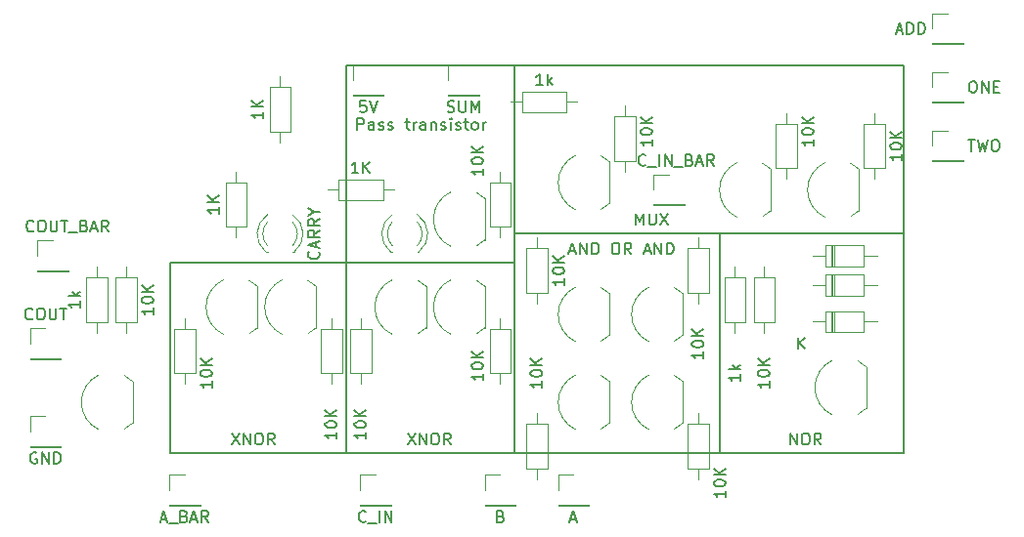
<source format=gbr>
%TF.GenerationSoftware,KiCad,Pcbnew,7.0.8*%
%TF.CreationDate,2023-11-03T11:37:24-07:00*%
%TF.ProjectId,adder,61646465-722e-46b6-9963-61645f706362,rev?*%
%TF.SameCoordinates,Original*%
%TF.FileFunction,Legend,Top*%
%TF.FilePolarity,Positive*%
%FSLAX46Y46*%
G04 Gerber Fmt 4.6, Leading zero omitted, Abs format (unit mm)*
G04 Created by KiCad (PCBNEW 7.0.8) date 2023-11-03 11:37:24*
%MOMM*%
%LPD*%
G01*
G04 APERTURE LIST*
%ADD10C,0.150000*%
%ADD11C,0.120000*%
G04 APERTURE END LIST*
D10*
X159385000Y-100965000D02*
X173990000Y-100965000D01*
X173990000Y-117475000D01*
X159385000Y-117475000D01*
X159385000Y-100965000D01*
X173990000Y-98425000D02*
X191770000Y-98425000D01*
X191770000Y-117475000D01*
X173990000Y-117475000D01*
X173990000Y-98425000D01*
X159385000Y-83820000D02*
X173990000Y-83820000D01*
X173990000Y-100965000D01*
X159385000Y-100965000D01*
X159385000Y-83820000D01*
X173990000Y-83820000D02*
X207645000Y-83820000D01*
X207645000Y-98425000D01*
X173990000Y-98425000D01*
X173990000Y-83820000D01*
X144145000Y-100965000D02*
X159385000Y-100965000D01*
X159385000Y-117475000D01*
X144145000Y-117475000D01*
X144145000Y-100965000D01*
X191770000Y-98425000D02*
X207645000Y-98425000D01*
X207645000Y-117475000D01*
X191770000Y-117475000D01*
X191770000Y-98425000D01*
X184486779Y-97659819D02*
X184486779Y-96659819D01*
X184486779Y-96659819D02*
X184820112Y-97374104D01*
X184820112Y-97374104D02*
X185153445Y-96659819D01*
X185153445Y-96659819D02*
X185153445Y-97659819D01*
X185629636Y-96659819D02*
X185629636Y-97469342D01*
X185629636Y-97469342D02*
X185677255Y-97564580D01*
X185677255Y-97564580D02*
X185724874Y-97612200D01*
X185724874Y-97612200D02*
X185820112Y-97659819D01*
X185820112Y-97659819D02*
X186010588Y-97659819D01*
X186010588Y-97659819D02*
X186105826Y-97612200D01*
X186105826Y-97612200D02*
X186153445Y-97564580D01*
X186153445Y-97564580D02*
X186201064Y-97469342D01*
X186201064Y-97469342D02*
X186201064Y-96659819D01*
X186582017Y-96659819D02*
X187248683Y-97659819D01*
X187248683Y-96659819D02*
X186582017Y-97659819D01*
X164706541Y-115709819D02*
X165373207Y-116709819D01*
X165373207Y-115709819D02*
X164706541Y-116709819D01*
X165754160Y-116709819D02*
X165754160Y-115709819D01*
X165754160Y-115709819D02*
X166325588Y-116709819D01*
X166325588Y-116709819D02*
X166325588Y-115709819D01*
X166992255Y-115709819D02*
X167182731Y-115709819D01*
X167182731Y-115709819D02*
X167277969Y-115757438D01*
X167277969Y-115757438D02*
X167373207Y-115852676D01*
X167373207Y-115852676D02*
X167420826Y-116043152D01*
X167420826Y-116043152D02*
X167420826Y-116376485D01*
X167420826Y-116376485D02*
X167373207Y-116566961D01*
X167373207Y-116566961D02*
X167277969Y-116662200D01*
X167277969Y-116662200D02*
X167182731Y-116709819D01*
X167182731Y-116709819D02*
X166992255Y-116709819D01*
X166992255Y-116709819D02*
X166897017Y-116662200D01*
X166897017Y-116662200D02*
X166801779Y-116566961D01*
X166801779Y-116566961D02*
X166754160Y-116376485D01*
X166754160Y-116376485D02*
X166754160Y-116043152D01*
X166754160Y-116043152D02*
X166801779Y-115852676D01*
X166801779Y-115852676D02*
X166897017Y-115757438D01*
X166897017Y-115757438D02*
X166992255Y-115709819D01*
X168420826Y-116709819D02*
X168087493Y-116233628D01*
X167849398Y-116709819D02*
X167849398Y-115709819D01*
X167849398Y-115709819D02*
X168230350Y-115709819D01*
X168230350Y-115709819D02*
X168325588Y-115757438D01*
X168325588Y-115757438D02*
X168373207Y-115805057D01*
X168373207Y-115805057D02*
X168420826Y-115900295D01*
X168420826Y-115900295D02*
X168420826Y-116043152D01*
X168420826Y-116043152D02*
X168373207Y-116138390D01*
X168373207Y-116138390D02*
X168325588Y-116186009D01*
X168325588Y-116186009D02*
X168230350Y-116233628D01*
X168230350Y-116233628D02*
X167849398Y-116233628D01*
X197821779Y-116709819D02*
X197821779Y-115709819D01*
X197821779Y-115709819D02*
X198393207Y-116709819D01*
X198393207Y-116709819D02*
X198393207Y-115709819D01*
X199059874Y-115709819D02*
X199250350Y-115709819D01*
X199250350Y-115709819D02*
X199345588Y-115757438D01*
X199345588Y-115757438D02*
X199440826Y-115852676D01*
X199440826Y-115852676D02*
X199488445Y-116043152D01*
X199488445Y-116043152D02*
X199488445Y-116376485D01*
X199488445Y-116376485D02*
X199440826Y-116566961D01*
X199440826Y-116566961D02*
X199345588Y-116662200D01*
X199345588Y-116662200D02*
X199250350Y-116709819D01*
X199250350Y-116709819D02*
X199059874Y-116709819D01*
X199059874Y-116709819D02*
X198964636Y-116662200D01*
X198964636Y-116662200D02*
X198869398Y-116566961D01*
X198869398Y-116566961D02*
X198821779Y-116376485D01*
X198821779Y-116376485D02*
X198821779Y-116043152D01*
X198821779Y-116043152D02*
X198869398Y-115852676D01*
X198869398Y-115852676D02*
X198964636Y-115757438D01*
X198964636Y-115757438D02*
X199059874Y-115709819D01*
X200488445Y-116709819D02*
X200155112Y-116233628D01*
X199917017Y-116709819D02*
X199917017Y-115709819D01*
X199917017Y-115709819D02*
X200297969Y-115709819D01*
X200297969Y-115709819D02*
X200393207Y-115757438D01*
X200393207Y-115757438D02*
X200440826Y-115805057D01*
X200440826Y-115805057D02*
X200488445Y-115900295D01*
X200488445Y-115900295D02*
X200488445Y-116043152D01*
X200488445Y-116043152D02*
X200440826Y-116138390D01*
X200440826Y-116138390D02*
X200393207Y-116186009D01*
X200393207Y-116186009D02*
X200297969Y-116233628D01*
X200297969Y-116233628D02*
X199917017Y-116233628D01*
X178724160Y-99914104D02*
X179200350Y-99914104D01*
X178628922Y-100199819D02*
X178962255Y-99199819D01*
X178962255Y-99199819D02*
X179295588Y-100199819D01*
X179628922Y-100199819D02*
X179628922Y-99199819D01*
X179628922Y-99199819D02*
X180200350Y-100199819D01*
X180200350Y-100199819D02*
X180200350Y-99199819D01*
X180676541Y-100199819D02*
X180676541Y-99199819D01*
X180676541Y-99199819D02*
X180914636Y-99199819D01*
X180914636Y-99199819D02*
X181057493Y-99247438D01*
X181057493Y-99247438D02*
X181152731Y-99342676D01*
X181152731Y-99342676D02*
X181200350Y-99437914D01*
X181200350Y-99437914D02*
X181247969Y-99628390D01*
X181247969Y-99628390D02*
X181247969Y-99771247D01*
X181247969Y-99771247D02*
X181200350Y-99961723D01*
X181200350Y-99961723D02*
X181152731Y-100056961D01*
X181152731Y-100056961D02*
X181057493Y-100152200D01*
X181057493Y-100152200D02*
X180914636Y-100199819D01*
X180914636Y-100199819D02*
X180676541Y-100199819D01*
X182628922Y-99199819D02*
X182819398Y-99199819D01*
X182819398Y-99199819D02*
X182914636Y-99247438D01*
X182914636Y-99247438D02*
X183009874Y-99342676D01*
X183009874Y-99342676D02*
X183057493Y-99533152D01*
X183057493Y-99533152D02*
X183057493Y-99866485D01*
X183057493Y-99866485D02*
X183009874Y-100056961D01*
X183009874Y-100056961D02*
X182914636Y-100152200D01*
X182914636Y-100152200D02*
X182819398Y-100199819D01*
X182819398Y-100199819D02*
X182628922Y-100199819D01*
X182628922Y-100199819D02*
X182533684Y-100152200D01*
X182533684Y-100152200D02*
X182438446Y-100056961D01*
X182438446Y-100056961D02*
X182390827Y-99866485D01*
X182390827Y-99866485D02*
X182390827Y-99533152D01*
X182390827Y-99533152D02*
X182438446Y-99342676D01*
X182438446Y-99342676D02*
X182533684Y-99247438D01*
X182533684Y-99247438D02*
X182628922Y-99199819D01*
X184057493Y-100199819D02*
X183724160Y-99723628D01*
X183486065Y-100199819D02*
X183486065Y-99199819D01*
X183486065Y-99199819D02*
X183867017Y-99199819D01*
X183867017Y-99199819D02*
X183962255Y-99247438D01*
X183962255Y-99247438D02*
X184009874Y-99295057D01*
X184009874Y-99295057D02*
X184057493Y-99390295D01*
X184057493Y-99390295D02*
X184057493Y-99533152D01*
X184057493Y-99533152D02*
X184009874Y-99628390D01*
X184009874Y-99628390D02*
X183962255Y-99676009D01*
X183962255Y-99676009D02*
X183867017Y-99723628D01*
X183867017Y-99723628D02*
X183486065Y-99723628D01*
X185200351Y-99914104D02*
X185676541Y-99914104D01*
X185105113Y-100199819D02*
X185438446Y-99199819D01*
X185438446Y-99199819D02*
X185771779Y-100199819D01*
X186105113Y-100199819D02*
X186105113Y-99199819D01*
X186105113Y-99199819D02*
X186676541Y-100199819D01*
X186676541Y-100199819D02*
X186676541Y-99199819D01*
X187152732Y-100199819D02*
X187152732Y-99199819D01*
X187152732Y-99199819D02*
X187390827Y-99199819D01*
X187390827Y-99199819D02*
X187533684Y-99247438D01*
X187533684Y-99247438D02*
X187628922Y-99342676D01*
X187628922Y-99342676D02*
X187676541Y-99437914D01*
X187676541Y-99437914D02*
X187724160Y-99628390D01*
X187724160Y-99628390D02*
X187724160Y-99771247D01*
X187724160Y-99771247D02*
X187676541Y-99961723D01*
X187676541Y-99961723D02*
X187628922Y-100056961D01*
X187628922Y-100056961D02*
X187533684Y-100152200D01*
X187533684Y-100152200D02*
X187390827Y-100199819D01*
X187390827Y-100199819D02*
X187152732Y-100199819D01*
X149466541Y-115709819D02*
X150133207Y-116709819D01*
X150133207Y-115709819D02*
X149466541Y-116709819D01*
X150514160Y-116709819D02*
X150514160Y-115709819D01*
X150514160Y-115709819D02*
X151085588Y-116709819D01*
X151085588Y-116709819D02*
X151085588Y-115709819D01*
X151752255Y-115709819D02*
X151942731Y-115709819D01*
X151942731Y-115709819D02*
X152037969Y-115757438D01*
X152037969Y-115757438D02*
X152133207Y-115852676D01*
X152133207Y-115852676D02*
X152180826Y-116043152D01*
X152180826Y-116043152D02*
X152180826Y-116376485D01*
X152180826Y-116376485D02*
X152133207Y-116566961D01*
X152133207Y-116566961D02*
X152037969Y-116662200D01*
X152037969Y-116662200D02*
X151942731Y-116709819D01*
X151942731Y-116709819D02*
X151752255Y-116709819D01*
X151752255Y-116709819D02*
X151657017Y-116662200D01*
X151657017Y-116662200D02*
X151561779Y-116566961D01*
X151561779Y-116566961D02*
X151514160Y-116376485D01*
X151514160Y-116376485D02*
X151514160Y-116043152D01*
X151514160Y-116043152D02*
X151561779Y-115852676D01*
X151561779Y-115852676D02*
X151657017Y-115757438D01*
X151657017Y-115757438D02*
X151752255Y-115709819D01*
X153180826Y-116709819D02*
X152847493Y-116233628D01*
X152609398Y-116709819D02*
X152609398Y-115709819D01*
X152609398Y-115709819D02*
X152990350Y-115709819D01*
X152990350Y-115709819D02*
X153085588Y-115757438D01*
X153085588Y-115757438D02*
X153133207Y-115805057D01*
X153133207Y-115805057D02*
X153180826Y-115900295D01*
X153180826Y-115900295D02*
X153180826Y-116043152D01*
X153180826Y-116043152D02*
X153133207Y-116138390D01*
X153133207Y-116138390D02*
X153085588Y-116186009D01*
X153085588Y-116186009D02*
X152990350Y-116233628D01*
X152990350Y-116233628D02*
X152609398Y-116233628D01*
X160356779Y-89404819D02*
X160356779Y-88404819D01*
X160356779Y-88404819D02*
X160737731Y-88404819D01*
X160737731Y-88404819D02*
X160832969Y-88452438D01*
X160832969Y-88452438D02*
X160880588Y-88500057D01*
X160880588Y-88500057D02*
X160928207Y-88595295D01*
X160928207Y-88595295D02*
X160928207Y-88738152D01*
X160928207Y-88738152D02*
X160880588Y-88833390D01*
X160880588Y-88833390D02*
X160832969Y-88881009D01*
X160832969Y-88881009D02*
X160737731Y-88928628D01*
X160737731Y-88928628D02*
X160356779Y-88928628D01*
X161785350Y-89404819D02*
X161785350Y-88881009D01*
X161785350Y-88881009D02*
X161737731Y-88785771D01*
X161737731Y-88785771D02*
X161642493Y-88738152D01*
X161642493Y-88738152D02*
X161452017Y-88738152D01*
X161452017Y-88738152D02*
X161356779Y-88785771D01*
X161785350Y-89357200D02*
X161690112Y-89404819D01*
X161690112Y-89404819D02*
X161452017Y-89404819D01*
X161452017Y-89404819D02*
X161356779Y-89357200D01*
X161356779Y-89357200D02*
X161309160Y-89261961D01*
X161309160Y-89261961D02*
X161309160Y-89166723D01*
X161309160Y-89166723D02*
X161356779Y-89071485D01*
X161356779Y-89071485D02*
X161452017Y-89023866D01*
X161452017Y-89023866D02*
X161690112Y-89023866D01*
X161690112Y-89023866D02*
X161785350Y-88976247D01*
X162213922Y-89357200D02*
X162309160Y-89404819D01*
X162309160Y-89404819D02*
X162499636Y-89404819D01*
X162499636Y-89404819D02*
X162594874Y-89357200D01*
X162594874Y-89357200D02*
X162642493Y-89261961D01*
X162642493Y-89261961D02*
X162642493Y-89214342D01*
X162642493Y-89214342D02*
X162594874Y-89119104D01*
X162594874Y-89119104D02*
X162499636Y-89071485D01*
X162499636Y-89071485D02*
X162356779Y-89071485D01*
X162356779Y-89071485D02*
X162261541Y-89023866D01*
X162261541Y-89023866D02*
X162213922Y-88928628D01*
X162213922Y-88928628D02*
X162213922Y-88881009D01*
X162213922Y-88881009D02*
X162261541Y-88785771D01*
X162261541Y-88785771D02*
X162356779Y-88738152D01*
X162356779Y-88738152D02*
X162499636Y-88738152D01*
X162499636Y-88738152D02*
X162594874Y-88785771D01*
X163023446Y-89357200D02*
X163118684Y-89404819D01*
X163118684Y-89404819D02*
X163309160Y-89404819D01*
X163309160Y-89404819D02*
X163404398Y-89357200D01*
X163404398Y-89357200D02*
X163452017Y-89261961D01*
X163452017Y-89261961D02*
X163452017Y-89214342D01*
X163452017Y-89214342D02*
X163404398Y-89119104D01*
X163404398Y-89119104D02*
X163309160Y-89071485D01*
X163309160Y-89071485D02*
X163166303Y-89071485D01*
X163166303Y-89071485D02*
X163071065Y-89023866D01*
X163071065Y-89023866D02*
X163023446Y-88928628D01*
X163023446Y-88928628D02*
X163023446Y-88881009D01*
X163023446Y-88881009D02*
X163071065Y-88785771D01*
X163071065Y-88785771D02*
X163166303Y-88738152D01*
X163166303Y-88738152D02*
X163309160Y-88738152D01*
X163309160Y-88738152D02*
X163404398Y-88785771D01*
X164499637Y-88738152D02*
X164880589Y-88738152D01*
X164642494Y-88404819D02*
X164642494Y-89261961D01*
X164642494Y-89261961D02*
X164690113Y-89357200D01*
X164690113Y-89357200D02*
X164785351Y-89404819D01*
X164785351Y-89404819D02*
X164880589Y-89404819D01*
X165213923Y-89404819D02*
X165213923Y-88738152D01*
X165213923Y-88928628D02*
X165261542Y-88833390D01*
X165261542Y-88833390D02*
X165309161Y-88785771D01*
X165309161Y-88785771D02*
X165404399Y-88738152D01*
X165404399Y-88738152D02*
X165499637Y-88738152D01*
X166261542Y-89404819D02*
X166261542Y-88881009D01*
X166261542Y-88881009D02*
X166213923Y-88785771D01*
X166213923Y-88785771D02*
X166118685Y-88738152D01*
X166118685Y-88738152D02*
X165928209Y-88738152D01*
X165928209Y-88738152D02*
X165832971Y-88785771D01*
X166261542Y-89357200D02*
X166166304Y-89404819D01*
X166166304Y-89404819D02*
X165928209Y-89404819D01*
X165928209Y-89404819D02*
X165832971Y-89357200D01*
X165832971Y-89357200D02*
X165785352Y-89261961D01*
X165785352Y-89261961D02*
X165785352Y-89166723D01*
X165785352Y-89166723D02*
X165832971Y-89071485D01*
X165832971Y-89071485D02*
X165928209Y-89023866D01*
X165928209Y-89023866D02*
X166166304Y-89023866D01*
X166166304Y-89023866D02*
X166261542Y-88976247D01*
X166737733Y-88738152D02*
X166737733Y-89404819D01*
X166737733Y-88833390D02*
X166785352Y-88785771D01*
X166785352Y-88785771D02*
X166880590Y-88738152D01*
X166880590Y-88738152D02*
X167023447Y-88738152D01*
X167023447Y-88738152D02*
X167118685Y-88785771D01*
X167118685Y-88785771D02*
X167166304Y-88881009D01*
X167166304Y-88881009D02*
X167166304Y-89404819D01*
X167594876Y-89357200D02*
X167690114Y-89404819D01*
X167690114Y-89404819D02*
X167880590Y-89404819D01*
X167880590Y-89404819D02*
X167975828Y-89357200D01*
X167975828Y-89357200D02*
X168023447Y-89261961D01*
X168023447Y-89261961D02*
X168023447Y-89214342D01*
X168023447Y-89214342D02*
X167975828Y-89119104D01*
X167975828Y-89119104D02*
X167880590Y-89071485D01*
X167880590Y-89071485D02*
X167737733Y-89071485D01*
X167737733Y-89071485D02*
X167642495Y-89023866D01*
X167642495Y-89023866D02*
X167594876Y-88928628D01*
X167594876Y-88928628D02*
X167594876Y-88881009D01*
X167594876Y-88881009D02*
X167642495Y-88785771D01*
X167642495Y-88785771D02*
X167737733Y-88738152D01*
X167737733Y-88738152D02*
X167880590Y-88738152D01*
X167880590Y-88738152D02*
X167975828Y-88785771D01*
X168452019Y-89404819D02*
X168452019Y-88738152D01*
X168452019Y-88404819D02*
X168404400Y-88452438D01*
X168404400Y-88452438D02*
X168452019Y-88500057D01*
X168452019Y-88500057D02*
X168499638Y-88452438D01*
X168499638Y-88452438D02*
X168452019Y-88404819D01*
X168452019Y-88404819D02*
X168452019Y-88500057D01*
X168880590Y-89357200D02*
X168975828Y-89404819D01*
X168975828Y-89404819D02*
X169166304Y-89404819D01*
X169166304Y-89404819D02*
X169261542Y-89357200D01*
X169261542Y-89357200D02*
X169309161Y-89261961D01*
X169309161Y-89261961D02*
X169309161Y-89214342D01*
X169309161Y-89214342D02*
X169261542Y-89119104D01*
X169261542Y-89119104D02*
X169166304Y-89071485D01*
X169166304Y-89071485D02*
X169023447Y-89071485D01*
X169023447Y-89071485D02*
X168928209Y-89023866D01*
X168928209Y-89023866D02*
X168880590Y-88928628D01*
X168880590Y-88928628D02*
X168880590Y-88881009D01*
X168880590Y-88881009D02*
X168928209Y-88785771D01*
X168928209Y-88785771D02*
X169023447Y-88738152D01*
X169023447Y-88738152D02*
X169166304Y-88738152D01*
X169166304Y-88738152D02*
X169261542Y-88785771D01*
X169594876Y-88738152D02*
X169975828Y-88738152D01*
X169737733Y-88404819D02*
X169737733Y-89261961D01*
X169737733Y-89261961D02*
X169785352Y-89357200D01*
X169785352Y-89357200D02*
X169880590Y-89404819D01*
X169880590Y-89404819D02*
X169975828Y-89404819D01*
X170452019Y-89404819D02*
X170356781Y-89357200D01*
X170356781Y-89357200D02*
X170309162Y-89309580D01*
X170309162Y-89309580D02*
X170261543Y-89214342D01*
X170261543Y-89214342D02*
X170261543Y-88928628D01*
X170261543Y-88928628D02*
X170309162Y-88833390D01*
X170309162Y-88833390D02*
X170356781Y-88785771D01*
X170356781Y-88785771D02*
X170452019Y-88738152D01*
X170452019Y-88738152D02*
X170594876Y-88738152D01*
X170594876Y-88738152D02*
X170690114Y-88785771D01*
X170690114Y-88785771D02*
X170737733Y-88833390D01*
X170737733Y-88833390D02*
X170785352Y-88928628D01*
X170785352Y-88928628D02*
X170785352Y-89214342D01*
X170785352Y-89214342D02*
X170737733Y-89309580D01*
X170737733Y-89309580D02*
X170690114Y-89357200D01*
X170690114Y-89357200D02*
X170594876Y-89404819D01*
X170594876Y-89404819D02*
X170452019Y-89404819D01*
X171213924Y-89404819D02*
X171213924Y-88738152D01*
X171213924Y-88928628D02*
X171261543Y-88833390D01*
X171261543Y-88833390D02*
X171309162Y-88785771D01*
X171309162Y-88785771D02*
X171404400Y-88738152D01*
X171404400Y-88738152D02*
X171499638Y-88738152D01*
X178831905Y-123149104D02*
X179308095Y-123149104D01*
X178736667Y-123434819D02*
X179070000Y-122434819D01*
X179070000Y-122434819D02*
X179403333Y-123434819D01*
X207479819Y-91495476D02*
X207479819Y-92066904D01*
X207479819Y-91781190D02*
X206479819Y-91781190D01*
X206479819Y-91781190D02*
X206622676Y-91876428D01*
X206622676Y-91876428D02*
X206717914Y-91971666D01*
X206717914Y-91971666D02*
X206765533Y-92066904D01*
X206479819Y-90876428D02*
X206479819Y-90781190D01*
X206479819Y-90781190D02*
X206527438Y-90685952D01*
X206527438Y-90685952D02*
X206575057Y-90638333D01*
X206575057Y-90638333D02*
X206670295Y-90590714D01*
X206670295Y-90590714D02*
X206860771Y-90543095D01*
X206860771Y-90543095D02*
X207098866Y-90543095D01*
X207098866Y-90543095D02*
X207289342Y-90590714D01*
X207289342Y-90590714D02*
X207384580Y-90638333D01*
X207384580Y-90638333D02*
X207432200Y-90685952D01*
X207432200Y-90685952D02*
X207479819Y-90781190D01*
X207479819Y-90781190D02*
X207479819Y-90876428D01*
X207479819Y-90876428D02*
X207432200Y-90971666D01*
X207432200Y-90971666D02*
X207384580Y-91019285D01*
X207384580Y-91019285D02*
X207289342Y-91066904D01*
X207289342Y-91066904D02*
X207098866Y-91114523D01*
X207098866Y-91114523D02*
X206860771Y-91114523D01*
X206860771Y-91114523D02*
X206670295Y-91066904D01*
X206670295Y-91066904D02*
X206575057Y-91019285D01*
X206575057Y-91019285D02*
X206527438Y-90971666D01*
X206527438Y-90971666D02*
X206479819Y-90876428D01*
X207479819Y-90114523D02*
X206479819Y-90114523D01*
X207479819Y-89543095D02*
X206908390Y-89971666D01*
X206479819Y-89543095D02*
X207051247Y-90114523D01*
X190319819Y-108640476D02*
X190319819Y-109211904D01*
X190319819Y-108926190D02*
X189319819Y-108926190D01*
X189319819Y-108926190D02*
X189462676Y-109021428D01*
X189462676Y-109021428D02*
X189557914Y-109116666D01*
X189557914Y-109116666D02*
X189605533Y-109211904D01*
X189319819Y-108021428D02*
X189319819Y-107926190D01*
X189319819Y-107926190D02*
X189367438Y-107830952D01*
X189367438Y-107830952D02*
X189415057Y-107783333D01*
X189415057Y-107783333D02*
X189510295Y-107735714D01*
X189510295Y-107735714D02*
X189700771Y-107688095D01*
X189700771Y-107688095D02*
X189938866Y-107688095D01*
X189938866Y-107688095D02*
X190129342Y-107735714D01*
X190129342Y-107735714D02*
X190224580Y-107783333D01*
X190224580Y-107783333D02*
X190272200Y-107830952D01*
X190272200Y-107830952D02*
X190319819Y-107926190D01*
X190319819Y-107926190D02*
X190319819Y-108021428D01*
X190319819Y-108021428D02*
X190272200Y-108116666D01*
X190272200Y-108116666D02*
X190224580Y-108164285D01*
X190224580Y-108164285D02*
X190129342Y-108211904D01*
X190129342Y-108211904D02*
X189938866Y-108259523D01*
X189938866Y-108259523D02*
X189700771Y-108259523D01*
X189700771Y-108259523D02*
X189510295Y-108211904D01*
X189510295Y-108211904D02*
X189415057Y-108164285D01*
X189415057Y-108164285D02*
X189367438Y-108116666D01*
X189367438Y-108116666D02*
X189319819Y-108021428D01*
X190319819Y-107259523D02*
X189319819Y-107259523D01*
X190319819Y-106688095D02*
X189748390Y-107116666D01*
X189319819Y-106688095D02*
X189891247Y-107259523D01*
X185874819Y-90225476D02*
X185874819Y-90796904D01*
X185874819Y-90511190D02*
X184874819Y-90511190D01*
X184874819Y-90511190D02*
X185017676Y-90606428D01*
X185017676Y-90606428D02*
X185112914Y-90701666D01*
X185112914Y-90701666D02*
X185160533Y-90796904D01*
X184874819Y-89606428D02*
X184874819Y-89511190D01*
X184874819Y-89511190D02*
X184922438Y-89415952D01*
X184922438Y-89415952D02*
X184970057Y-89368333D01*
X184970057Y-89368333D02*
X185065295Y-89320714D01*
X185065295Y-89320714D02*
X185255771Y-89273095D01*
X185255771Y-89273095D02*
X185493866Y-89273095D01*
X185493866Y-89273095D02*
X185684342Y-89320714D01*
X185684342Y-89320714D02*
X185779580Y-89368333D01*
X185779580Y-89368333D02*
X185827200Y-89415952D01*
X185827200Y-89415952D02*
X185874819Y-89511190D01*
X185874819Y-89511190D02*
X185874819Y-89606428D01*
X185874819Y-89606428D02*
X185827200Y-89701666D01*
X185827200Y-89701666D02*
X185779580Y-89749285D01*
X185779580Y-89749285D02*
X185684342Y-89796904D01*
X185684342Y-89796904D02*
X185493866Y-89844523D01*
X185493866Y-89844523D02*
X185255771Y-89844523D01*
X185255771Y-89844523D02*
X185065295Y-89796904D01*
X185065295Y-89796904D02*
X184970057Y-89749285D01*
X184970057Y-89749285D02*
X184922438Y-89701666D01*
X184922438Y-89701666D02*
X184874819Y-89606428D01*
X185874819Y-88844523D02*
X184874819Y-88844523D01*
X185874819Y-88273095D02*
X185303390Y-88701666D01*
X184874819Y-88273095D02*
X185446247Y-88844523D01*
X161109819Y-115625476D02*
X161109819Y-116196904D01*
X161109819Y-115911190D02*
X160109819Y-115911190D01*
X160109819Y-115911190D02*
X160252676Y-116006428D01*
X160252676Y-116006428D02*
X160347914Y-116101666D01*
X160347914Y-116101666D02*
X160395533Y-116196904D01*
X160109819Y-115006428D02*
X160109819Y-114911190D01*
X160109819Y-114911190D02*
X160157438Y-114815952D01*
X160157438Y-114815952D02*
X160205057Y-114768333D01*
X160205057Y-114768333D02*
X160300295Y-114720714D01*
X160300295Y-114720714D02*
X160490771Y-114673095D01*
X160490771Y-114673095D02*
X160728866Y-114673095D01*
X160728866Y-114673095D02*
X160919342Y-114720714D01*
X160919342Y-114720714D02*
X161014580Y-114768333D01*
X161014580Y-114768333D02*
X161062200Y-114815952D01*
X161062200Y-114815952D02*
X161109819Y-114911190D01*
X161109819Y-114911190D02*
X161109819Y-115006428D01*
X161109819Y-115006428D02*
X161062200Y-115101666D01*
X161062200Y-115101666D02*
X161014580Y-115149285D01*
X161014580Y-115149285D02*
X160919342Y-115196904D01*
X160919342Y-115196904D02*
X160728866Y-115244523D01*
X160728866Y-115244523D02*
X160490771Y-115244523D01*
X160490771Y-115244523D02*
X160300295Y-115196904D01*
X160300295Y-115196904D02*
X160205057Y-115149285D01*
X160205057Y-115149285D02*
X160157438Y-115101666D01*
X160157438Y-115101666D02*
X160109819Y-115006428D01*
X161109819Y-114244523D02*
X160109819Y-114244523D01*
X161109819Y-113673095D02*
X160538390Y-114101666D01*
X160109819Y-113673095D02*
X160681247Y-114244523D01*
X171254819Y-92765476D02*
X171254819Y-93336904D01*
X171254819Y-93051190D02*
X170254819Y-93051190D01*
X170254819Y-93051190D02*
X170397676Y-93146428D01*
X170397676Y-93146428D02*
X170492914Y-93241666D01*
X170492914Y-93241666D02*
X170540533Y-93336904D01*
X170254819Y-92146428D02*
X170254819Y-92051190D01*
X170254819Y-92051190D02*
X170302438Y-91955952D01*
X170302438Y-91955952D02*
X170350057Y-91908333D01*
X170350057Y-91908333D02*
X170445295Y-91860714D01*
X170445295Y-91860714D02*
X170635771Y-91813095D01*
X170635771Y-91813095D02*
X170873866Y-91813095D01*
X170873866Y-91813095D02*
X171064342Y-91860714D01*
X171064342Y-91860714D02*
X171159580Y-91908333D01*
X171159580Y-91908333D02*
X171207200Y-91955952D01*
X171207200Y-91955952D02*
X171254819Y-92051190D01*
X171254819Y-92051190D02*
X171254819Y-92146428D01*
X171254819Y-92146428D02*
X171207200Y-92241666D01*
X171207200Y-92241666D02*
X171159580Y-92289285D01*
X171159580Y-92289285D02*
X171064342Y-92336904D01*
X171064342Y-92336904D02*
X170873866Y-92384523D01*
X170873866Y-92384523D02*
X170635771Y-92384523D01*
X170635771Y-92384523D02*
X170445295Y-92336904D01*
X170445295Y-92336904D02*
X170350057Y-92289285D01*
X170350057Y-92289285D02*
X170302438Y-92241666D01*
X170302438Y-92241666D02*
X170254819Y-92146428D01*
X171254819Y-91384523D02*
X170254819Y-91384523D01*
X171254819Y-90813095D02*
X170683390Y-91241666D01*
X170254819Y-90813095D02*
X170826247Y-91384523D01*
X161099523Y-86874819D02*
X160623333Y-86874819D01*
X160623333Y-86874819D02*
X160575714Y-87351009D01*
X160575714Y-87351009D02*
X160623333Y-87303390D01*
X160623333Y-87303390D02*
X160718571Y-87255771D01*
X160718571Y-87255771D02*
X160956666Y-87255771D01*
X160956666Y-87255771D02*
X161051904Y-87303390D01*
X161051904Y-87303390D02*
X161099523Y-87351009D01*
X161099523Y-87351009D02*
X161147142Y-87446247D01*
X161147142Y-87446247D02*
X161147142Y-87684342D01*
X161147142Y-87684342D02*
X161099523Y-87779580D01*
X161099523Y-87779580D02*
X161051904Y-87827200D01*
X161051904Y-87827200D02*
X160956666Y-87874819D01*
X160956666Y-87874819D02*
X160718571Y-87874819D01*
X160718571Y-87874819D02*
X160623333Y-87827200D01*
X160623333Y-87827200D02*
X160575714Y-87779580D01*
X161432857Y-86874819D02*
X161766190Y-87874819D01*
X161766190Y-87874819D02*
X162099523Y-86874819D01*
X132326428Y-98149580D02*
X132278809Y-98197200D01*
X132278809Y-98197200D02*
X132135952Y-98244819D01*
X132135952Y-98244819D02*
X132040714Y-98244819D01*
X132040714Y-98244819D02*
X131897857Y-98197200D01*
X131897857Y-98197200D02*
X131802619Y-98101961D01*
X131802619Y-98101961D02*
X131755000Y-98006723D01*
X131755000Y-98006723D02*
X131707381Y-97816247D01*
X131707381Y-97816247D02*
X131707381Y-97673390D01*
X131707381Y-97673390D02*
X131755000Y-97482914D01*
X131755000Y-97482914D02*
X131802619Y-97387676D01*
X131802619Y-97387676D02*
X131897857Y-97292438D01*
X131897857Y-97292438D02*
X132040714Y-97244819D01*
X132040714Y-97244819D02*
X132135952Y-97244819D01*
X132135952Y-97244819D02*
X132278809Y-97292438D01*
X132278809Y-97292438D02*
X132326428Y-97340057D01*
X132945476Y-97244819D02*
X133135952Y-97244819D01*
X133135952Y-97244819D02*
X133231190Y-97292438D01*
X133231190Y-97292438D02*
X133326428Y-97387676D01*
X133326428Y-97387676D02*
X133374047Y-97578152D01*
X133374047Y-97578152D02*
X133374047Y-97911485D01*
X133374047Y-97911485D02*
X133326428Y-98101961D01*
X133326428Y-98101961D02*
X133231190Y-98197200D01*
X133231190Y-98197200D02*
X133135952Y-98244819D01*
X133135952Y-98244819D02*
X132945476Y-98244819D01*
X132945476Y-98244819D02*
X132850238Y-98197200D01*
X132850238Y-98197200D02*
X132755000Y-98101961D01*
X132755000Y-98101961D02*
X132707381Y-97911485D01*
X132707381Y-97911485D02*
X132707381Y-97578152D01*
X132707381Y-97578152D02*
X132755000Y-97387676D01*
X132755000Y-97387676D02*
X132850238Y-97292438D01*
X132850238Y-97292438D02*
X132945476Y-97244819D01*
X133802619Y-97244819D02*
X133802619Y-98054342D01*
X133802619Y-98054342D02*
X133850238Y-98149580D01*
X133850238Y-98149580D02*
X133897857Y-98197200D01*
X133897857Y-98197200D02*
X133993095Y-98244819D01*
X133993095Y-98244819D02*
X134183571Y-98244819D01*
X134183571Y-98244819D02*
X134278809Y-98197200D01*
X134278809Y-98197200D02*
X134326428Y-98149580D01*
X134326428Y-98149580D02*
X134374047Y-98054342D01*
X134374047Y-98054342D02*
X134374047Y-97244819D01*
X134707381Y-97244819D02*
X135278809Y-97244819D01*
X134993095Y-98244819D02*
X134993095Y-97244819D01*
X135374048Y-98340057D02*
X136135952Y-98340057D01*
X136707381Y-97721009D02*
X136850238Y-97768628D01*
X136850238Y-97768628D02*
X136897857Y-97816247D01*
X136897857Y-97816247D02*
X136945476Y-97911485D01*
X136945476Y-97911485D02*
X136945476Y-98054342D01*
X136945476Y-98054342D02*
X136897857Y-98149580D01*
X136897857Y-98149580D02*
X136850238Y-98197200D01*
X136850238Y-98197200D02*
X136755000Y-98244819D01*
X136755000Y-98244819D02*
X136374048Y-98244819D01*
X136374048Y-98244819D02*
X136374048Y-97244819D01*
X136374048Y-97244819D02*
X136707381Y-97244819D01*
X136707381Y-97244819D02*
X136802619Y-97292438D01*
X136802619Y-97292438D02*
X136850238Y-97340057D01*
X136850238Y-97340057D02*
X136897857Y-97435295D01*
X136897857Y-97435295D02*
X136897857Y-97530533D01*
X136897857Y-97530533D02*
X136850238Y-97625771D01*
X136850238Y-97625771D02*
X136802619Y-97673390D01*
X136802619Y-97673390D02*
X136707381Y-97721009D01*
X136707381Y-97721009D02*
X136374048Y-97721009D01*
X137326429Y-97959104D02*
X137802619Y-97959104D01*
X137231191Y-98244819D02*
X137564524Y-97244819D01*
X137564524Y-97244819D02*
X137897857Y-98244819D01*
X138802619Y-98244819D02*
X138469286Y-97768628D01*
X138231191Y-98244819D02*
X138231191Y-97244819D01*
X138231191Y-97244819D02*
X138612143Y-97244819D01*
X138612143Y-97244819D02*
X138707381Y-97292438D01*
X138707381Y-97292438D02*
X138755000Y-97340057D01*
X138755000Y-97340057D02*
X138802619Y-97435295D01*
X138802619Y-97435295D02*
X138802619Y-97578152D01*
X138802619Y-97578152D02*
X138755000Y-97673390D01*
X138755000Y-97673390D02*
X138707381Y-97721009D01*
X138707381Y-97721009D02*
X138612143Y-97768628D01*
X138612143Y-97768628D02*
X138231191Y-97768628D01*
X176349819Y-111180476D02*
X176349819Y-111751904D01*
X176349819Y-111466190D02*
X175349819Y-111466190D01*
X175349819Y-111466190D02*
X175492676Y-111561428D01*
X175492676Y-111561428D02*
X175587914Y-111656666D01*
X175587914Y-111656666D02*
X175635533Y-111751904D01*
X175349819Y-110561428D02*
X175349819Y-110466190D01*
X175349819Y-110466190D02*
X175397438Y-110370952D01*
X175397438Y-110370952D02*
X175445057Y-110323333D01*
X175445057Y-110323333D02*
X175540295Y-110275714D01*
X175540295Y-110275714D02*
X175730771Y-110228095D01*
X175730771Y-110228095D02*
X175968866Y-110228095D01*
X175968866Y-110228095D02*
X176159342Y-110275714D01*
X176159342Y-110275714D02*
X176254580Y-110323333D01*
X176254580Y-110323333D02*
X176302200Y-110370952D01*
X176302200Y-110370952D02*
X176349819Y-110466190D01*
X176349819Y-110466190D02*
X176349819Y-110561428D01*
X176349819Y-110561428D02*
X176302200Y-110656666D01*
X176302200Y-110656666D02*
X176254580Y-110704285D01*
X176254580Y-110704285D02*
X176159342Y-110751904D01*
X176159342Y-110751904D02*
X175968866Y-110799523D01*
X175968866Y-110799523D02*
X175730771Y-110799523D01*
X175730771Y-110799523D02*
X175540295Y-110751904D01*
X175540295Y-110751904D02*
X175445057Y-110704285D01*
X175445057Y-110704285D02*
X175397438Y-110656666D01*
X175397438Y-110656666D02*
X175349819Y-110561428D01*
X176349819Y-109799523D02*
X175349819Y-109799523D01*
X176349819Y-109228095D02*
X175778390Y-109656666D01*
X175349819Y-109228095D02*
X175921247Y-109799523D01*
X196034819Y-111180476D02*
X196034819Y-111751904D01*
X196034819Y-111466190D02*
X195034819Y-111466190D01*
X195034819Y-111466190D02*
X195177676Y-111561428D01*
X195177676Y-111561428D02*
X195272914Y-111656666D01*
X195272914Y-111656666D02*
X195320533Y-111751904D01*
X195034819Y-110561428D02*
X195034819Y-110466190D01*
X195034819Y-110466190D02*
X195082438Y-110370952D01*
X195082438Y-110370952D02*
X195130057Y-110323333D01*
X195130057Y-110323333D02*
X195225295Y-110275714D01*
X195225295Y-110275714D02*
X195415771Y-110228095D01*
X195415771Y-110228095D02*
X195653866Y-110228095D01*
X195653866Y-110228095D02*
X195844342Y-110275714D01*
X195844342Y-110275714D02*
X195939580Y-110323333D01*
X195939580Y-110323333D02*
X195987200Y-110370952D01*
X195987200Y-110370952D02*
X196034819Y-110466190D01*
X196034819Y-110466190D02*
X196034819Y-110561428D01*
X196034819Y-110561428D02*
X195987200Y-110656666D01*
X195987200Y-110656666D02*
X195939580Y-110704285D01*
X195939580Y-110704285D02*
X195844342Y-110751904D01*
X195844342Y-110751904D02*
X195653866Y-110799523D01*
X195653866Y-110799523D02*
X195415771Y-110799523D01*
X195415771Y-110799523D02*
X195225295Y-110751904D01*
X195225295Y-110751904D02*
X195130057Y-110704285D01*
X195130057Y-110704285D02*
X195082438Y-110656666D01*
X195082438Y-110656666D02*
X195034819Y-110561428D01*
X196034819Y-109799523D02*
X195034819Y-109799523D01*
X196034819Y-109228095D02*
X195463390Y-109656666D01*
X195034819Y-109228095D02*
X195606247Y-109799523D01*
X161091666Y-123339580D02*
X161044047Y-123387200D01*
X161044047Y-123387200D02*
X160901190Y-123434819D01*
X160901190Y-123434819D02*
X160805952Y-123434819D01*
X160805952Y-123434819D02*
X160663095Y-123387200D01*
X160663095Y-123387200D02*
X160567857Y-123291961D01*
X160567857Y-123291961D02*
X160520238Y-123196723D01*
X160520238Y-123196723D02*
X160472619Y-123006247D01*
X160472619Y-123006247D02*
X160472619Y-122863390D01*
X160472619Y-122863390D02*
X160520238Y-122672914D01*
X160520238Y-122672914D02*
X160567857Y-122577676D01*
X160567857Y-122577676D02*
X160663095Y-122482438D01*
X160663095Y-122482438D02*
X160805952Y-122434819D01*
X160805952Y-122434819D02*
X160901190Y-122434819D01*
X160901190Y-122434819D02*
X161044047Y-122482438D01*
X161044047Y-122482438D02*
X161091666Y-122530057D01*
X161282143Y-123530057D02*
X162044047Y-123530057D01*
X162282143Y-123434819D02*
X162282143Y-122434819D01*
X162758333Y-123434819D02*
X162758333Y-122434819D01*
X162758333Y-122434819D02*
X163329761Y-123434819D01*
X163329761Y-123434819D02*
X163329761Y-122434819D01*
X160440714Y-93164819D02*
X159869286Y-93164819D01*
X160155000Y-93164819D02*
X160155000Y-92164819D01*
X160155000Y-92164819D02*
X160059762Y-92307676D01*
X160059762Y-92307676D02*
X159964524Y-92402914D01*
X159964524Y-92402914D02*
X159869286Y-92450533D01*
X160869286Y-93164819D02*
X160869286Y-92164819D01*
X161440714Y-93164819D02*
X161012143Y-92593390D01*
X161440714Y-92164819D02*
X160869286Y-92736247D01*
X178269819Y-102290476D02*
X178269819Y-102861904D01*
X178269819Y-102576190D02*
X177269819Y-102576190D01*
X177269819Y-102576190D02*
X177412676Y-102671428D01*
X177412676Y-102671428D02*
X177507914Y-102766666D01*
X177507914Y-102766666D02*
X177555533Y-102861904D01*
X177269819Y-101671428D02*
X177269819Y-101576190D01*
X177269819Y-101576190D02*
X177317438Y-101480952D01*
X177317438Y-101480952D02*
X177365057Y-101433333D01*
X177365057Y-101433333D02*
X177460295Y-101385714D01*
X177460295Y-101385714D02*
X177650771Y-101338095D01*
X177650771Y-101338095D02*
X177888866Y-101338095D01*
X177888866Y-101338095D02*
X178079342Y-101385714D01*
X178079342Y-101385714D02*
X178174580Y-101433333D01*
X178174580Y-101433333D02*
X178222200Y-101480952D01*
X178222200Y-101480952D02*
X178269819Y-101576190D01*
X178269819Y-101576190D02*
X178269819Y-101671428D01*
X178269819Y-101671428D02*
X178222200Y-101766666D01*
X178222200Y-101766666D02*
X178174580Y-101814285D01*
X178174580Y-101814285D02*
X178079342Y-101861904D01*
X178079342Y-101861904D02*
X177888866Y-101909523D01*
X177888866Y-101909523D02*
X177650771Y-101909523D01*
X177650771Y-101909523D02*
X177460295Y-101861904D01*
X177460295Y-101861904D02*
X177365057Y-101814285D01*
X177365057Y-101814285D02*
X177317438Y-101766666D01*
X177317438Y-101766666D02*
X177269819Y-101671428D01*
X178269819Y-100909523D02*
X177269819Y-100909523D01*
X178269819Y-100338095D02*
X177698390Y-100766666D01*
X177269819Y-100338095D02*
X177841247Y-100909523D01*
X152204819Y-87844285D02*
X152204819Y-88415713D01*
X152204819Y-88129999D02*
X151204819Y-88129999D01*
X151204819Y-88129999D02*
X151347676Y-88225237D01*
X151347676Y-88225237D02*
X151442914Y-88320475D01*
X151442914Y-88320475D02*
X151490533Y-88415713D01*
X152204819Y-87415713D02*
X151204819Y-87415713D01*
X152204819Y-86844285D02*
X151633390Y-87272856D01*
X151204819Y-86844285D02*
X151776247Y-87415713D01*
X192224819Y-120705476D02*
X192224819Y-121276904D01*
X192224819Y-120991190D02*
X191224819Y-120991190D01*
X191224819Y-120991190D02*
X191367676Y-121086428D01*
X191367676Y-121086428D02*
X191462914Y-121181666D01*
X191462914Y-121181666D02*
X191510533Y-121276904D01*
X191224819Y-120086428D02*
X191224819Y-119991190D01*
X191224819Y-119991190D02*
X191272438Y-119895952D01*
X191272438Y-119895952D02*
X191320057Y-119848333D01*
X191320057Y-119848333D02*
X191415295Y-119800714D01*
X191415295Y-119800714D02*
X191605771Y-119753095D01*
X191605771Y-119753095D02*
X191843866Y-119753095D01*
X191843866Y-119753095D02*
X192034342Y-119800714D01*
X192034342Y-119800714D02*
X192129580Y-119848333D01*
X192129580Y-119848333D02*
X192177200Y-119895952D01*
X192177200Y-119895952D02*
X192224819Y-119991190D01*
X192224819Y-119991190D02*
X192224819Y-120086428D01*
X192224819Y-120086428D02*
X192177200Y-120181666D01*
X192177200Y-120181666D02*
X192129580Y-120229285D01*
X192129580Y-120229285D02*
X192034342Y-120276904D01*
X192034342Y-120276904D02*
X191843866Y-120324523D01*
X191843866Y-120324523D02*
X191605771Y-120324523D01*
X191605771Y-120324523D02*
X191415295Y-120276904D01*
X191415295Y-120276904D02*
X191320057Y-120229285D01*
X191320057Y-120229285D02*
X191272438Y-120181666D01*
X191272438Y-120181666D02*
X191224819Y-120086428D01*
X192224819Y-119324523D02*
X191224819Y-119324523D01*
X192224819Y-118753095D02*
X191653390Y-119181666D01*
X191224819Y-118753095D02*
X191796247Y-119324523D01*
X168164048Y-87827200D02*
X168306905Y-87874819D01*
X168306905Y-87874819D02*
X168545000Y-87874819D01*
X168545000Y-87874819D02*
X168640238Y-87827200D01*
X168640238Y-87827200D02*
X168687857Y-87779580D01*
X168687857Y-87779580D02*
X168735476Y-87684342D01*
X168735476Y-87684342D02*
X168735476Y-87589104D01*
X168735476Y-87589104D02*
X168687857Y-87493866D01*
X168687857Y-87493866D02*
X168640238Y-87446247D01*
X168640238Y-87446247D02*
X168545000Y-87398628D01*
X168545000Y-87398628D02*
X168354524Y-87351009D01*
X168354524Y-87351009D02*
X168259286Y-87303390D01*
X168259286Y-87303390D02*
X168211667Y-87255771D01*
X168211667Y-87255771D02*
X168164048Y-87160533D01*
X168164048Y-87160533D02*
X168164048Y-87065295D01*
X168164048Y-87065295D02*
X168211667Y-86970057D01*
X168211667Y-86970057D02*
X168259286Y-86922438D01*
X168259286Y-86922438D02*
X168354524Y-86874819D01*
X168354524Y-86874819D02*
X168592619Y-86874819D01*
X168592619Y-86874819D02*
X168735476Y-86922438D01*
X169164048Y-86874819D02*
X169164048Y-87684342D01*
X169164048Y-87684342D02*
X169211667Y-87779580D01*
X169211667Y-87779580D02*
X169259286Y-87827200D01*
X169259286Y-87827200D02*
X169354524Y-87874819D01*
X169354524Y-87874819D02*
X169545000Y-87874819D01*
X169545000Y-87874819D02*
X169640238Y-87827200D01*
X169640238Y-87827200D02*
X169687857Y-87779580D01*
X169687857Y-87779580D02*
X169735476Y-87684342D01*
X169735476Y-87684342D02*
X169735476Y-86874819D01*
X170211667Y-87874819D02*
X170211667Y-86874819D01*
X170211667Y-86874819D02*
X170545000Y-87589104D01*
X170545000Y-87589104D02*
X170878333Y-86874819D01*
X170878333Y-86874819D02*
X170878333Y-87874819D01*
X148394819Y-96099285D02*
X148394819Y-96670713D01*
X148394819Y-96384999D02*
X147394819Y-96384999D01*
X147394819Y-96384999D02*
X147537676Y-96480237D01*
X147537676Y-96480237D02*
X147632914Y-96575475D01*
X147632914Y-96575475D02*
X147680533Y-96670713D01*
X148394819Y-95670713D02*
X147394819Y-95670713D01*
X148394819Y-95099285D02*
X147823390Y-95527856D01*
X147394819Y-95099285D02*
X147966247Y-95670713D01*
X213558571Y-85179819D02*
X213749047Y-85179819D01*
X213749047Y-85179819D02*
X213844285Y-85227438D01*
X213844285Y-85227438D02*
X213939523Y-85322676D01*
X213939523Y-85322676D02*
X213987142Y-85513152D01*
X213987142Y-85513152D02*
X213987142Y-85846485D01*
X213987142Y-85846485D02*
X213939523Y-86036961D01*
X213939523Y-86036961D02*
X213844285Y-86132200D01*
X213844285Y-86132200D02*
X213749047Y-86179819D01*
X213749047Y-86179819D02*
X213558571Y-86179819D01*
X213558571Y-86179819D02*
X213463333Y-86132200D01*
X213463333Y-86132200D02*
X213368095Y-86036961D01*
X213368095Y-86036961D02*
X213320476Y-85846485D01*
X213320476Y-85846485D02*
X213320476Y-85513152D01*
X213320476Y-85513152D02*
X213368095Y-85322676D01*
X213368095Y-85322676D02*
X213463333Y-85227438D01*
X213463333Y-85227438D02*
X213558571Y-85179819D01*
X214415714Y-86179819D02*
X214415714Y-85179819D01*
X214415714Y-85179819D02*
X214987142Y-86179819D01*
X214987142Y-86179819D02*
X214987142Y-85179819D01*
X215463333Y-85656009D02*
X215796666Y-85656009D01*
X215939523Y-86179819D02*
X215463333Y-86179819D01*
X215463333Y-86179819D02*
X215463333Y-85179819D01*
X215463333Y-85179819D02*
X215939523Y-85179819D01*
X185317142Y-92434580D02*
X185269523Y-92482200D01*
X185269523Y-92482200D02*
X185126666Y-92529819D01*
X185126666Y-92529819D02*
X185031428Y-92529819D01*
X185031428Y-92529819D02*
X184888571Y-92482200D01*
X184888571Y-92482200D02*
X184793333Y-92386961D01*
X184793333Y-92386961D02*
X184745714Y-92291723D01*
X184745714Y-92291723D02*
X184698095Y-92101247D01*
X184698095Y-92101247D02*
X184698095Y-91958390D01*
X184698095Y-91958390D02*
X184745714Y-91767914D01*
X184745714Y-91767914D02*
X184793333Y-91672676D01*
X184793333Y-91672676D02*
X184888571Y-91577438D01*
X184888571Y-91577438D02*
X185031428Y-91529819D01*
X185031428Y-91529819D02*
X185126666Y-91529819D01*
X185126666Y-91529819D02*
X185269523Y-91577438D01*
X185269523Y-91577438D02*
X185317142Y-91625057D01*
X185507619Y-92625057D02*
X186269523Y-92625057D01*
X186507619Y-92529819D02*
X186507619Y-91529819D01*
X186983809Y-92529819D02*
X186983809Y-91529819D01*
X186983809Y-91529819D02*
X187555237Y-92529819D01*
X187555237Y-92529819D02*
X187555237Y-91529819D01*
X187793333Y-92625057D02*
X188555237Y-92625057D01*
X189126666Y-92006009D02*
X189269523Y-92053628D01*
X189269523Y-92053628D02*
X189317142Y-92101247D01*
X189317142Y-92101247D02*
X189364761Y-92196485D01*
X189364761Y-92196485D02*
X189364761Y-92339342D01*
X189364761Y-92339342D02*
X189317142Y-92434580D01*
X189317142Y-92434580D02*
X189269523Y-92482200D01*
X189269523Y-92482200D02*
X189174285Y-92529819D01*
X189174285Y-92529819D02*
X188793333Y-92529819D01*
X188793333Y-92529819D02*
X188793333Y-91529819D01*
X188793333Y-91529819D02*
X189126666Y-91529819D01*
X189126666Y-91529819D02*
X189221904Y-91577438D01*
X189221904Y-91577438D02*
X189269523Y-91625057D01*
X189269523Y-91625057D02*
X189317142Y-91720295D01*
X189317142Y-91720295D02*
X189317142Y-91815533D01*
X189317142Y-91815533D02*
X189269523Y-91910771D01*
X189269523Y-91910771D02*
X189221904Y-91958390D01*
X189221904Y-91958390D02*
X189126666Y-92006009D01*
X189126666Y-92006009D02*
X188793333Y-92006009D01*
X189745714Y-92244104D02*
X190221904Y-92244104D01*
X189650476Y-92529819D02*
X189983809Y-91529819D01*
X189983809Y-91529819D02*
X190317142Y-92529819D01*
X191221904Y-92529819D02*
X190888571Y-92053628D01*
X190650476Y-92529819D02*
X190650476Y-91529819D01*
X190650476Y-91529819D02*
X191031428Y-91529819D01*
X191031428Y-91529819D02*
X191126666Y-91577438D01*
X191126666Y-91577438D02*
X191174285Y-91625057D01*
X191174285Y-91625057D02*
X191221904Y-91720295D01*
X191221904Y-91720295D02*
X191221904Y-91863152D01*
X191221904Y-91863152D02*
X191174285Y-91958390D01*
X191174285Y-91958390D02*
X191126666Y-92006009D01*
X191126666Y-92006009D02*
X191031428Y-92053628D01*
X191031428Y-92053628D02*
X190650476Y-92053628D01*
X172791428Y-122911009D02*
X172934285Y-122958628D01*
X172934285Y-122958628D02*
X172981904Y-123006247D01*
X172981904Y-123006247D02*
X173029523Y-123101485D01*
X173029523Y-123101485D02*
X173029523Y-123244342D01*
X173029523Y-123244342D02*
X172981904Y-123339580D01*
X172981904Y-123339580D02*
X172934285Y-123387200D01*
X172934285Y-123387200D02*
X172839047Y-123434819D01*
X172839047Y-123434819D02*
X172458095Y-123434819D01*
X172458095Y-123434819D02*
X172458095Y-122434819D01*
X172458095Y-122434819D02*
X172791428Y-122434819D01*
X172791428Y-122434819D02*
X172886666Y-122482438D01*
X172886666Y-122482438D02*
X172934285Y-122530057D01*
X172934285Y-122530057D02*
X172981904Y-122625295D01*
X172981904Y-122625295D02*
X172981904Y-122720533D01*
X172981904Y-122720533D02*
X172934285Y-122815771D01*
X172934285Y-122815771D02*
X172886666Y-122863390D01*
X172886666Y-122863390D02*
X172791428Y-122911009D01*
X172791428Y-122911009D02*
X172458095Y-122911009D01*
X171254819Y-110545476D02*
X171254819Y-111116904D01*
X171254819Y-110831190D02*
X170254819Y-110831190D01*
X170254819Y-110831190D02*
X170397676Y-110926428D01*
X170397676Y-110926428D02*
X170492914Y-111021666D01*
X170492914Y-111021666D02*
X170540533Y-111116904D01*
X170254819Y-109926428D02*
X170254819Y-109831190D01*
X170254819Y-109831190D02*
X170302438Y-109735952D01*
X170302438Y-109735952D02*
X170350057Y-109688333D01*
X170350057Y-109688333D02*
X170445295Y-109640714D01*
X170445295Y-109640714D02*
X170635771Y-109593095D01*
X170635771Y-109593095D02*
X170873866Y-109593095D01*
X170873866Y-109593095D02*
X171064342Y-109640714D01*
X171064342Y-109640714D02*
X171159580Y-109688333D01*
X171159580Y-109688333D02*
X171207200Y-109735952D01*
X171207200Y-109735952D02*
X171254819Y-109831190D01*
X171254819Y-109831190D02*
X171254819Y-109926428D01*
X171254819Y-109926428D02*
X171207200Y-110021666D01*
X171207200Y-110021666D02*
X171159580Y-110069285D01*
X171159580Y-110069285D02*
X171064342Y-110116904D01*
X171064342Y-110116904D02*
X170873866Y-110164523D01*
X170873866Y-110164523D02*
X170635771Y-110164523D01*
X170635771Y-110164523D02*
X170445295Y-110116904D01*
X170445295Y-110116904D02*
X170350057Y-110069285D01*
X170350057Y-110069285D02*
X170302438Y-110021666D01*
X170302438Y-110021666D02*
X170254819Y-109926428D01*
X171254819Y-109164523D02*
X170254819Y-109164523D01*
X171254819Y-108593095D02*
X170683390Y-109021666D01*
X170254819Y-108593095D02*
X170826247Y-109164523D01*
X132588095Y-117402438D02*
X132492857Y-117354819D01*
X132492857Y-117354819D02*
X132350000Y-117354819D01*
X132350000Y-117354819D02*
X132207143Y-117402438D01*
X132207143Y-117402438D02*
X132111905Y-117497676D01*
X132111905Y-117497676D02*
X132064286Y-117592914D01*
X132064286Y-117592914D02*
X132016667Y-117783390D01*
X132016667Y-117783390D02*
X132016667Y-117926247D01*
X132016667Y-117926247D02*
X132064286Y-118116723D01*
X132064286Y-118116723D02*
X132111905Y-118211961D01*
X132111905Y-118211961D02*
X132207143Y-118307200D01*
X132207143Y-118307200D02*
X132350000Y-118354819D01*
X132350000Y-118354819D02*
X132445238Y-118354819D01*
X132445238Y-118354819D02*
X132588095Y-118307200D01*
X132588095Y-118307200D02*
X132635714Y-118259580D01*
X132635714Y-118259580D02*
X132635714Y-117926247D01*
X132635714Y-117926247D02*
X132445238Y-117926247D01*
X133064286Y-118354819D02*
X133064286Y-117354819D01*
X133064286Y-117354819D02*
X133635714Y-118354819D01*
X133635714Y-118354819D02*
X133635714Y-117354819D01*
X134111905Y-118354819D02*
X134111905Y-117354819D01*
X134111905Y-117354819D02*
X134350000Y-117354819D01*
X134350000Y-117354819D02*
X134492857Y-117402438D01*
X134492857Y-117402438D02*
X134588095Y-117497676D01*
X134588095Y-117497676D02*
X134635714Y-117592914D01*
X134635714Y-117592914D02*
X134683333Y-117783390D01*
X134683333Y-117783390D02*
X134683333Y-117926247D01*
X134683333Y-117926247D02*
X134635714Y-118116723D01*
X134635714Y-118116723D02*
X134588095Y-118211961D01*
X134588095Y-118211961D02*
X134492857Y-118307200D01*
X134492857Y-118307200D02*
X134350000Y-118354819D01*
X134350000Y-118354819D02*
X134111905Y-118354819D01*
X176410952Y-85544819D02*
X175839524Y-85544819D01*
X176125238Y-85544819D02*
X176125238Y-84544819D01*
X176125238Y-84544819D02*
X176030000Y-84687676D01*
X176030000Y-84687676D02*
X175934762Y-84782914D01*
X175934762Y-84782914D02*
X175839524Y-84830533D01*
X176839524Y-85544819D02*
X176839524Y-84544819D01*
X176934762Y-85163866D02*
X177220476Y-85544819D01*
X177220476Y-84878152D02*
X176839524Y-85259104D01*
X156989580Y-99977619D02*
X157037200Y-100025238D01*
X157037200Y-100025238D02*
X157084819Y-100168095D01*
X157084819Y-100168095D02*
X157084819Y-100263333D01*
X157084819Y-100263333D02*
X157037200Y-100406190D01*
X157037200Y-100406190D02*
X156941961Y-100501428D01*
X156941961Y-100501428D02*
X156846723Y-100549047D01*
X156846723Y-100549047D02*
X156656247Y-100596666D01*
X156656247Y-100596666D02*
X156513390Y-100596666D01*
X156513390Y-100596666D02*
X156322914Y-100549047D01*
X156322914Y-100549047D02*
X156227676Y-100501428D01*
X156227676Y-100501428D02*
X156132438Y-100406190D01*
X156132438Y-100406190D02*
X156084819Y-100263333D01*
X156084819Y-100263333D02*
X156084819Y-100168095D01*
X156084819Y-100168095D02*
X156132438Y-100025238D01*
X156132438Y-100025238D02*
X156180057Y-99977619D01*
X156799104Y-99596666D02*
X156799104Y-99120476D01*
X157084819Y-99691904D02*
X156084819Y-99358571D01*
X156084819Y-99358571D02*
X157084819Y-99025238D01*
X157084819Y-98120476D02*
X156608628Y-98453809D01*
X157084819Y-98691904D02*
X156084819Y-98691904D01*
X156084819Y-98691904D02*
X156084819Y-98310952D01*
X156084819Y-98310952D02*
X156132438Y-98215714D01*
X156132438Y-98215714D02*
X156180057Y-98168095D01*
X156180057Y-98168095D02*
X156275295Y-98120476D01*
X156275295Y-98120476D02*
X156418152Y-98120476D01*
X156418152Y-98120476D02*
X156513390Y-98168095D01*
X156513390Y-98168095D02*
X156561009Y-98215714D01*
X156561009Y-98215714D02*
X156608628Y-98310952D01*
X156608628Y-98310952D02*
X156608628Y-98691904D01*
X157084819Y-97120476D02*
X156608628Y-97453809D01*
X157084819Y-97691904D02*
X156084819Y-97691904D01*
X156084819Y-97691904D02*
X156084819Y-97310952D01*
X156084819Y-97310952D02*
X156132438Y-97215714D01*
X156132438Y-97215714D02*
X156180057Y-97168095D01*
X156180057Y-97168095D02*
X156275295Y-97120476D01*
X156275295Y-97120476D02*
X156418152Y-97120476D01*
X156418152Y-97120476D02*
X156513390Y-97168095D01*
X156513390Y-97168095D02*
X156561009Y-97215714D01*
X156561009Y-97215714D02*
X156608628Y-97310952D01*
X156608628Y-97310952D02*
X156608628Y-97691904D01*
X156608628Y-96501428D02*
X157084819Y-96501428D01*
X156084819Y-96834761D02*
X156608628Y-96501428D01*
X156608628Y-96501428D02*
X156084819Y-96168095D01*
X142694819Y-104830476D02*
X142694819Y-105401904D01*
X142694819Y-105116190D02*
X141694819Y-105116190D01*
X141694819Y-105116190D02*
X141837676Y-105211428D01*
X141837676Y-105211428D02*
X141932914Y-105306666D01*
X141932914Y-105306666D02*
X141980533Y-105401904D01*
X141694819Y-104211428D02*
X141694819Y-104116190D01*
X141694819Y-104116190D02*
X141742438Y-104020952D01*
X141742438Y-104020952D02*
X141790057Y-103973333D01*
X141790057Y-103973333D02*
X141885295Y-103925714D01*
X141885295Y-103925714D02*
X142075771Y-103878095D01*
X142075771Y-103878095D02*
X142313866Y-103878095D01*
X142313866Y-103878095D02*
X142504342Y-103925714D01*
X142504342Y-103925714D02*
X142599580Y-103973333D01*
X142599580Y-103973333D02*
X142647200Y-104020952D01*
X142647200Y-104020952D02*
X142694819Y-104116190D01*
X142694819Y-104116190D02*
X142694819Y-104211428D01*
X142694819Y-104211428D02*
X142647200Y-104306666D01*
X142647200Y-104306666D02*
X142599580Y-104354285D01*
X142599580Y-104354285D02*
X142504342Y-104401904D01*
X142504342Y-104401904D02*
X142313866Y-104449523D01*
X142313866Y-104449523D02*
X142075771Y-104449523D01*
X142075771Y-104449523D02*
X141885295Y-104401904D01*
X141885295Y-104401904D02*
X141790057Y-104354285D01*
X141790057Y-104354285D02*
X141742438Y-104306666D01*
X141742438Y-104306666D02*
X141694819Y-104211428D01*
X142694819Y-103449523D02*
X141694819Y-103449523D01*
X142694819Y-102878095D02*
X142123390Y-103306666D01*
X141694819Y-102878095D02*
X142266247Y-103449523D01*
X207041905Y-80814104D02*
X207518095Y-80814104D01*
X206946667Y-81099819D02*
X207280000Y-80099819D01*
X207280000Y-80099819D02*
X207613333Y-81099819D01*
X207946667Y-81099819D02*
X207946667Y-80099819D01*
X207946667Y-80099819D02*
X208184762Y-80099819D01*
X208184762Y-80099819D02*
X208327619Y-80147438D01*
X208327619Y-80147438D02*
X208422857Y-80242676D01*
X208422857Y-80242676D02*
X208470476Y-80337914D01*
X208470476Y-80337914D02*
X208518095Y-80528390D01*
X208518095Y-80528390D02*
X208518095Y-80671247D01*
X208518095Y-80671247D02*
X208470476Y-80861723D01*
X208470476Y-80861723D02*
X208422857Y-80956961D01*
X208422857Y-80956961D02*
X208327619Y-81052200D01*
X208327619Y-81052200D02*
X208184762Y-81099819D01*
X208184762Y-81099819D02*
X207946667Y-81099819D01*
X208946667Y-81099819D02*
X208946667Y-80099819D01*
X208946667Y-80099819D02*
X209184762Y-80099819D01*
X209184762Y-80099819D02*
X209327619Y-80147438D01*
X209327619Y-80147438D02*
X209422857Y-80242676D01*
X209422857Y-80242676D02*
X209470476Y-80337914D01*
X209470476Y-80337914D02*
X209518095Y-80528390D01*
X209518095Y-80528390D02*
X209518095Y-80671247D01*
X209518095Y-80671247D02*
X209470476Y-80861723D01*
X209470476Y-80861723D02*
X209422857Y-80956961D01*
X209422857Y-80956961D02*
X209327619Y-81052200D01*
X209327619Y-81052200D02*
X209184762Y-81099819D01*
X209184762Y-81099819D02*
X208946667Y-81099819D01*
X213249048Y-90259819D02*
X213820476Y-90259819D01*
X213534762Y-91259819D02*
X213534762Y-90259819D01*
X214058572Y-90259819D02*
X214296667Y-91259819D01*
X214296667Y-91259819D02*
X214487143Y-90545533D01*
X214487143Y-90545533D02*
X214677619Y-91259819D01*
X214677619Y-91259819D02*
X214915715Y-90259819D01*
X215487143Y-90259819D02*
X215677619Y-90259819D01*
X215677619Y-90259819D02*
X215772857Y-90307438D01*
X215772857Y-90307438D02*
X215868095Y-90402676D01*
X215868095Y-90402676D02*
X215915714Y-90593152D01*
X215915714Y-90593152D02*
X215915714Y-90926485D01*
X215915714Y-90926485D02*
X215868095Y-91116961D01*
X215868095Y-91116961D02*
X215772857Y-91212200D01*
X215772857Y-91212200D02*
X215677619Y-91259819D01*
X215677619Y-91259819D02*
X215487143Y-91259819D01*
X215487143Y-91259819D02*
X215391905Y-91212200D01*
X215391905Y-91212200D02*
X215296667Y-91116961D01*
X215296667Y-91116961D02*
X215249048Y-90926485D01*
X215249048Y-90926485D02*
X215249048Y-90593152D01*
X215249048Y-90593152D02*
X215296667Y-90402676D01*
X215296667Y-90402676D02*
X215391905Y-90307438D01*
X215391905Y-90307438D02*
X215487143Y-90259819D01*
X136329819Y-104259047D02*
X136329819Y-104830475D01*
X136329819Y-104544761D02*
X135329819Y-104544761D01*
X135329819Y-104544761D02*
X135472676Y-104639999D01*
X135472676Y-104639999D02*
X135567914Y-104735237D01*
X135567914Y-104735237D02*
X135615533Y-104830475D01*
X136329819Y-103830475D02*
X135329819Y-103830475D01*
X135948866Y-103735237D02*
X136329819Y-103449523D01*
X135663152Y-103449523D02*
X136044104Y-103830475D01*
X143367381Y-123149104D02*
X143843571Y-123149104D01*
X143272143Y-123434819D02*
X143605476Y-122434819D01*
X143605476Y-122434819D02*
X143938809Y-123434819D01*
X144034048Y-123530057D02*
X144795952Y-123530057D01*
X145367381Y-122911009D02*
X145510238Y-122958628D01*
X145510238Y-122958628D02*
X145557857Y-123006247D01*
X145557857Y-123006247D02*
X145605476Y-123101485D01*
X145605476Y-123101485D02*
X145605476Y-123244342D01*
X145605476Y-123244342D02*
X145557857Y-123339580D01*
X145557857Y-123339580D02*
X145510238Y-123387200D01*
X145510238Y-123387200D02*
X145415000Y-123434819D01*
X145415000Y-123434819D02*
X145034048Y-123434819D01*
X145034048Y-123434819D02*
X145034048Y-122434819D01*
X145034048Y-122434819D02*
X145367381Y-122434819D01*
X145367381Y-122434819D02*
X145462619Y-122482438D01*
X145462619Y-122482438D02*
X145510238Y-122530057D01*
X145510238Y-122530057D02*
X145557857Y-122625295D01*
X145557857Y-122625295D02*
X145557857Y-122720533D01*
X145557857Y-122720533D02*
X145510238Y-122815771D01*
X145510238Y-122815771D02*
X145462619Y-122863390D01*
X145462619Y-122863390D02*
X145367381Y-122911009D01*
X145367381Y-122911009D02*
X145034048Y-122911009D01*
X145986429Y-123149104D02*
X146462619Y-123149104D01*
X145891191Y-123434819D02*
X146224524Y-122434819D01*
X146224524Y-122434819D02*
X146557857Y-123434819D01*
X147462619Y-123434819D02*
X147129286Y-122958628D01*
X146891191Y-123434819D02*
X146891191Y-122434819D01*
X146891191Y-122434819D02*
X147272143Y-122434819D01*
X147272143Y-122434819D02*
X147367381Y-122482438D01*
X147367381Y-122482438D02*
X147415000Y-122530057D01*
X147415000Y-122530057D02*
X147462619Y-122625295D01*
X147462619Y-122625295D02*
X147462619Y-122768152D01*
X147462619Y-122768152D02*
X147415000Y-122863390D01*
X147415000Y-122863390D02*
X147367381Y-122911009D01*
X147367381Y-122911009D02*
X147272143Y-122958628D01*
X147272143Y-122958628D02*
X146891191Y-122958628D01*
X158569819Y-115625476D02*
X158569819Y-116196904D01*
X158569819Y-115911190D02*
X157569819Y-115911190D01*
X157569819Y-115911190D02*
X157712676Y-116006428D01*
X157712676Y-116006428D02*
X157807914Y-116101666D01*
X157807914Y-116101666D02*
X157855533Y-116196904D01*
X157569819Y-115006428D02*
X157569819Y-114911190D01*
X157569819Y-114911190D02*
X157617438Y-114815952D01*
X157617438Y-114815952D02*
X157665057Y-114768333D01*
X157665057Y-114768333D02*
X157760295Y-114720714D01*
X157760295Y-114720714D02*
X157950771Y-114673095D01*
X157950771Y-114673095D02*
X158188866Y-114673095D01*
X158188866Y-114673095D02*
X158379342Y-114720714D01*
X158379342Y-114720714D02*
X158474580Y-114768333D01*
X158474580Y-114768333D02*
X158522200Y-114815952D01*
X158522200Y-114815952D02*
X158569819Y-114911190D01*
X158569819Y-114911190D02*
X158569819Y-115006428D01*
X158569819Y-115006428D02*
X158522200Y-115101666D01*
X158522200Y-115101666D02*
X158474580Y-115149285D01*
X158474580Y-115149285D02*
X158379342Y-115196904D01*
X158379342Y-115196904D02*
X158188866Y-115244523D01*
X158188866Y-115244523D02*
X157950771Y-115244523D01*
X157950771Y-115244523D02*
X157760295Y-115196904D01*
X157760295Y-115196904D02*
X157665057Y-115149285D01*
X157665057Y-115149285D02*
X157617438Y-115101666D01*
X157617438Y-115101666D02*
X157569819Y-115006428D01*
X158569819Y-114244523D02*
X157569819Y-114244523D01*
X158569819Y-113673095D02*
X157998390Y-114101666D01*
X157569819Y-113673095D02*
X158141247Y-114244523D01*
X193494819Y-110609047D02*
X193494819Y-111180475D01*
X193494819Y-110894761D02*
X192494819Y-110894761D01*
X192494819Y-110894761D02*
X192637676Y-110989999D01*
X192637676Y-110989999D02*
X192732914Y-111085237D01*
X192732914Y-111085237D02*
X192780533Y-111180475D01*
X193494819Y-110180475D02*
X192494819Y-110180475D01*
X193113866Y-110085237D02*
X193494819Y-109799523D01*
X192828152Y-109799523D02*
X193209104Y-110180475D01*
X147774819Y-111180476D02*
X147774819Y-111751904D01*
X147774819Y-111466190D02*
X146774819Y-111466190D01*
X146774819Y-111466190D02*
X146917676Y-111561428D01*
X146917676Y-111561428D02*
X147012914Y-111656666D01*
X147012914Y-111656666D02*
X147060533Y-111751904D01*
X146774819Y-110561428D02*
X146774819Y-110466190D01*
X146774819Y-110466190D02*
X146822438Y-110370952D01*
X146822438Y-110370952D02*
X146870057Y-110323333D01*
X146870057Y-110323333D02*
X146965295Y-110275714D01*
X146965295Y-110275714D02*
X147155771Y-110228095D01*
X147155771Y-110228095D02*
X147393866Y-110228095D01*
X147393866Y-110228095D02*
X147584342Y-110275714D01*
X147584342Y-110275714D02*
X147679580Y-110323333D01*
X147679580Y-110323333D02*
X147727200Y-110370952D01*
X147727200Y-110370952D02*
X147774819Y-110466190D01*
X147774819Y-110466190D02*
X147774819Y-110561428D01*
X147774819Y-110561428D02*
X147727200Y-110656666D01*
X147727200Y-110656666D02*
X147679580Y-110704285D01*
X147679580Y-110704285D02*
X147584342Y-110751904D01*
X147584342Y-110751904D02*
X147393866Y-110799523D01*
X147393866Y-110799523D02*
X147155771Y-110799523D01*
X147155771Y-110799523D02*
X146965295Y-110751904D01*
X146965295Y-110751904D02*
X146870057Y-110704285D01*
X146870057Y-110704285D02*
X146822438Y-110656666D01*
X146822438Y-110656666D02*
X146774819Y-110561428D01*
X147774819Y-109799523D02*
X146774819Y-109799523D01*
X147774819Y-109228095D02*
X147203390Y-109656666D01*
X146774819Y-109228095D02*
X147346247Y-109799523D01*
X132230952Y-105769580D02*
X132183333Y-105817200D01*
X132183333Y-105817200D02*
X132040476Y-105864819D01*
X132040476Y-105864819D02*
X131945238Y-105864819D01*
X131945238Y-105864819D02*
X131802381Y-105817200D01*
X131802381Y-105817200D02*
X131707143Y-105721961D01*
X131707143Y-105721961D02*
X131659524Y-105626723D01*
X131659524Y-105626723D02*
X131611905Y-105436247D01*
X131611905Y-105436247D02*
X131611905Y-105293390D01*
X131611905Y-105293390D02*
X131659524Y-105102914D01*
X131659524Y-105102914D02*
X131707143Y-105007676D01*
X131707143Y-105007676D02*
X131802381Y-104912438D01*
X131802381Y-104912438D02*
X131945238Y-104864819D01*
X131945238Y-104864819D02*
X132040476Y-104864819D01*
X132040476Y-104864819D02*
X132183333Y-104912438D01*
X132183333Y-104912438D02*
X132230952Y-104960057D01*
X132850000Y-104864819D02*
X133040476Y-104864819D01*
X133040476Y-104864819D02*
X133135714Y-104912438D01*
X133135714Y-104912438D02*
X133230952Y-105007676D01*
X133230952Y-105007676D02*
X133278571Y-105198152D01*
X133278571Y-105198152D02*
X133278571Y-105531485D01*
X133278571Y-105531485D02*
X133230952Y-105721961D01*
X133230952Y-105721961D02*
X133135714Y-105817200D01*
X133135714Y-105817200D02*
X133040476Y-105864819D01*
X133040476Y-105864819D02*
X132850000Y-105864819D01*
X132850000Y-105864819D02*
X132754762Y-105817200D01*
X132754762Y-105817200D02*
X132659524Y-105721961D01*
X132659524Y-105721961D02*
X132611905Y-105531485D01*
X132611905Y-105531485D02*
X132611905Y-105198152D01*
X132611905Y-105198152D02*
X132659524Y-105007676D01*
X132659524Y-105007676D02*
X132754762Y-104912438D01*
X132754762Y-104912438D02*
X132850000Y-104864819D01*
X133707143Y-104864819D02*
X133707143Y-105674342D01*
X133707143Y-105674342D02*
X133754762Y-105769580D01*
X133754762Y-105769580D02*
X133802381Y-105817200D01*
X133802381Y-105817200D02*
X133897619Y-105864819D01*
X133897619Y-105864819D02*
X134088095Y-105864819D01*
X134088095Y-105864819D02*
X134183333Y-105817200D01*
X134183333Y-105817200D02*
X134230952Y-105769580D01*
X134230952Y-105769580D02*
X134278571Y-105674342D01*
X134278571Y-105674342D02*
X134278571Y-104864819D01*
X134611905Y-104864819D02*
X135183333Y-104864819D01*
X134897619Y-105864819D02*
X134897619Y-104864819D01*
X198493095Y-108404819D02*
X198493095Y-107404819D01*
X199064523Y-108404819D02*
X198635952Y-107833390D01*
X199064523Y-107404819D02*
X198493095Y-107976247D01*
X199844819Y-90225476D02*
X199844819Y-90796904D01*
X199844819Y-90511190D02*
X198844819Y-90511190D01*
X198844819Y-90511190D02*
X198987676Y-90606428D01*
X198987676Y-90606428D02*
X199082914Y-90701666D01*
X199082914Y-90701666D02*
X199130533Y-90796904D01*
X198844819Y-89606428D02*
X198844819Y-89511190D01*
X198844819Y-89511190D02*
X198892438Y-89415952D01*
X198892438Y-89415952D02*
X198940057Y-89368333D01*
X198940057Y-89368333D02*
X199035295Y-89320714D01*
X199035295Y-89320714D02*
X199225771Y-89273095D01*
X199225771Y-89273095D02*
X199463866Y-89273095D01*
X199463866Y-89273095D02*
X199654342Y-89320714D01*
X199654342Y-89320714D02*
X199749580Y-89368333D01*
X199749580Y-89368333D02*
X199797200Y-89415952D01*
X199797200Y-89415952D02*
X199844819Y-89511190D01*
X199844819Y-89511190D02*
X199844819Y-89606428D01*
X199844819Y-89606428D02*
X199797200Y-89701666D01*
X199797200Y-89701666D02*
X199749580Y-89749285D01*
X199749580Y-89749285D02*
X199654342Y-89796904D01*
X199654342Y-89796904D02*
X199463866Y-89844523D01*
X199463866Y-89844523D02*
X199225771Y-89844523D01*
X199225771Y-89844523D02*
X199035295Y-89796904D01*
X199035295Y-89796904D02*
X198940057Y-89749285D01*
X198940057Y-89749285D02*
X198892438Y-89701666D01*
X198892438Y-89701666D02*
X198844819Y-89606428D01*
X199844819Y-88844523D02*
X198844819Y-88844523D01*
X199844819Y-88273095D02*
X199273390Y-88701666D01*
X198844819Y-88273095D02*
X199416247Y-88844523D01*
D11*
%TO.C,Q19*%
X204415000Y-113560000D02*
X204415000Y-109960000D01*
X199965001Y-111760000D02*
G75*
G03*
X201466193Y-114116399I2599999J0D01*
G01*
X203687795Y-114084183D02*
G75*
G03*
X204414999Y-113559999I-1122795J2324183D01*
G01*
X201466193Y-109403600D02*
G75*
G03*
X199965000Y-111760000I1098807J-2356400D01*
G01*
X204414999Y-109960001D02*
G75*
G03*
X203687795Y-109435817I-1849999J-1799999D01*
G01*
%TO.C,Q10*%
X182190000Y-114830000D02*
X182190000Y-111230000D01*
X177740001Y-113030000D02*
G75*
G03*
X179241193Y-115386399I2599999J0D01*
G01*
X181462795Y-115354183D02*
G75*
G03*
X182189999Y-114829999I-1122795J2324183D01*
G01*
X179241193Y-110673600D02*
G75*
G03*
X177740000Y-113030000I1098807J-2356400D01*
G01*
X182189999Y-111230001D02*
G75*
G03*
X181462795Y-110705817I-1849999J-1799999D01*
G01*
%TO.C,J4*%
X177740000Y-119320000D02*
X179070000Y-119320000D01*
X177740000Y-120650000D02*
X177740000Y-119320000D01*
X177740000Y-121920000D02*
X177740000Y-121980000D01*
X177740000Y-121920000D02*
X180400000Y-121920000D01*
X177740000Y-121980000D02*
X180400000Y-121980000D01*
X180400000Y-121920000D02*
X180400000Y-121980000D01*
%TO.C,R27*%
X205105000Y-93675000D02*
X205105000Y-92725000D01*
X204185000Y-92725000D02*
X206025000Y-92725000D01*
X206025000Y-92725000D02*
X206025000Y-88885000D01*
X204185000Y-88885000D02*
X204185000Y-92725000D01*
X206025000Y-88885000D02*
X204185000Y-88885000D01*
X205105000Y-87935000D02*
X205105000Y-88885000D01*
%TO.C,R25*%
X189865000Y-104470000D02*
X189865000Y-103520000D01*
X188945000Y-103520000D02*
X190785000Y-103520000D01*
X190785000Y-103520000D02*
X190785000Y-99680000D01*
X188945000Y-99680000D02*
X188945000Y-103520000D01*
X190785000Y-99680000D02*
X188945000Y-99680000D01*
X189865000Y-98730000D02*
X189865000Y-99680000D01*
%TO.C,R24*%
X183515000Y-93040000D02*
X183515000Y-92090000D01*
X182595000Y-92090000D02*
X184435000Y-92090000D01*
X184435000Y-92090000D02*
X184435000Y-88250000D01*
X182595000Y-88250000D02*
X182595000Y-92090000D01*
X184435000Y-88250000D02*
X182595000Y-88250000D01*
X183515000Y-87300000D02*
X183515000Y-88250000D01*
%TO.C,Q17*%
X203780000Y-96415000D02*
X203780000Y-92815000D01*
X199330001Y-94615000D02*
G75*
G03*
X200831193Y-96971399I2599999J0D01*
G01*
X203052795Y-96939183D02*
G75*
G03*
X203779999Y-96414999I-1122795J2324183D01*
G01*
X200831193Y-92258600D02*
G75*
G03*
X199330000Y-94615000I1098807J-2356400D01*
G01*
X203779999Y-92815001D02*
G75*
G03*
X203052795Y-92290817I-1849999J-1799999D01*
G01*
%TO.C,R18*%
X160655000Y-105715000D02*
X160655000Y-106665000D01*
X161575000Y-106665000D02*
X159735000Y-106665000D01*
X159735000Y-106665000D02*
X159735000Y-110505000D01*
X161575000Y-110505000D02*
X161575000Y-106665000D01*
X159735000Y-110505000D02*
X161575000Y-110505000D01*
X160655000Y-111455000D02*
X160655000Y-110505000D01*
%TO.C,R23*%
X172720000Y-93015000D02*
X172720000Y-93965000D01*
X173640000Y-93965000D02*
X171800000Y-93965000D01*
X171800000Y-93965000D02*
X171800000Y-97805000D01*
X173640000Y-97805000D02*
X173640000Y-93965000D01*
X171800000Y-97805000D02*
X173640000Y-97805000D01*
X172720000Y-98755000D02*
X172720000Y-97805000D01*
%TO.C,J8*%
X159960000Y-83760000D02*
X161290000Y-83760000D01*
X159960000Y-85090000D02*
X159960000Y-83760000D01*
X159960000Y-86360000D02*
X159960000Y-86420000D01*
X159960000Y-86360000D02*
X162620000Y-86360000D01*
X159960000Y-86420000D02*
X162620000Y-86420000D01*
X162620000Y-86360000D02*
X162620000Y-86420000D01*
%TO.C,Q11*%
X166315000Y-106575000D02*
X166315000Y-102975000D01*
X161865001Y-104775000D02*
G75*
G03*
X163366193Y-107131399I2599999J0D01*
G01*
X165587795Y-107099183D02*
G75*
G03*
X166314999Y-106574999I-1122795J2324183D01*
G01*
X163366193Y-102418600D02*
G75*
G03*
X161865000Y-104775000I1098807J-2356400D01*
G01*
X166314999Y-102975001D02*
G75*
G03*
X165587795Y-102450817I-1849999J-1799999D01*
G01*
%TO.C,Q18*%
X196160000Y-96415000D02*
X196160000Y-92815000D01*
X191710001Y-94615000D02*
G75*
G03*
X193211193Y-96971399I2599999J0D01*
G01*
X195432795Y-96939183D02*
G75*
G03*
X196159999Y-96414999I-1122795J2324183D01*
G01*
X193211193Y-92258600D02*
G75*
G03*
X191710000Y-94615000I1098807J-2356400D01*
G01*
X196159999Y-92815001D02*
G75*
G03*
X195432795Y-92290817I-1849999J-1799999D01*
G01*
%TO.C,Q16*%
X188540000Y-114830000D02*
X188540000Y-111230000D01*
X184090001Y-113030000D02*
G75*
G03*
X185591193Y-115386399I2599999J0D01*
G01*
X187812795Y-115354183D02*
G75*
G03*
X188539999Y-114829999I-1122795J2324183D01*
G01*
X185591193Y-110673600D02*
G75*
G03*
X184090000Y-113030000I1098807J-2356400D01*
G01*
X188539999Y-111230001D02*
G75*
G03*
X187812795Y-110705817I-1849999J-1799999D01*
G01*
%TO.C,J13*%
X132655000Y-99000000D02*
X133985000Y-99000000D01*
X132655000Y-100330000D02*
X132655000Y-99000000D01*
X132655000Y-101600000D02*
X132655000Y-101660000D01*
X132655000Y-101600000D02*
X135315000Y-101600000D01*
X132655000Y-101660000D02*
X135315000Y-101660000D01*
X135315000Y-101600000D02*
X135315000Y-101660000D01*
%TO.C,R17*%
X175895000Y-113970000D02*
X175895000Y-114920000D01*
X176815000Y-114920000D02*
X174975000Y-114920000D01*
X174975000Y-114920000D02*
X174975000Y-118760000D01*
X176815000Y-118760000D02*
X176815000Y-114920000D01*
X174975000Y-118760000D02*
X176815000Y-118760000D01*
X175895000Y-119710000D02*
X175895000Y-118760000D01*
%TO.C,R28*%
X195580000Y-107010000D02*
X195580000Y-106060000D01*
X194660000Y-106060000D02*
X196500000Y-106060000D01*
X196500000Y-106060000D02*
X196500000Y-102220000D01*
X194660000Y-102220000D02*
X194660000Y-106060000D01*
X196500000Y-102220000D02*
X194660000Y-102220000D01*
X195580000Y-101270000D02*
X195580000Y-102220000D01*
%TO.C,J6*%
X160595000Y-119320000D02*
X161925000Y-119320000D01*
X160595000Y-120650000D02*
X160595000Y-119320000D01*
X160595000Y-121920000D02*
X160595000Y-121980000D01*
X160595000Y-121920000D02*
X163255000Y-121920000D01*
X160595000Y-121980000D02*
X163255000Y-121980000D01*
X163255000Y-121920000D02*
X163255000Y-121980000D01*
%TO.C,R20*%
X157785000Y-94615000D02*
X158735000Y-94615000D01*
X158735000Y-93695000D02*
X158735000Y-95535000D01*
X158735000Y-95535000D02*
X162575000Y-95535000D01*
X162575000Y-93695000D02*
X158735000Y-93695000D01*
X162575000Y-95535000D02*
X162575000Y-93695000D01*
X163525000Y-94615000D02*
X162575000Y-94615000D01*
%TO.C,R16*%
X175895000Y-104470000D02*
X175895000Y-103520000D01*
X174975000Y-103520000D02*
X176815000Y-103520000D01*
X176815000Y-103520000D02*
X176815000Y-99680000D01*
X174975000Y-99680000D02*
X174975000Y-103520000D01*
X176815000Y-99680000D02*
X174975000Y-99680000D01*
X175895000Y-98730000D02*
X175895000Y-99680000D01*
%TO.C,R19*%
X153670000Y-84760000D02*
X153670000Y-85710000D01*
X154590000Y-85710000D02*
X152750000Y-85710000D01*
X152750000Y-85710000D02*
X152750000Y-89550000D01*
X154590000Y-89550000D02*
X154590000Y-85710000D01*
X152750000Y-89550000D02*
X154590000Y-89550000D01*
X153670000Y-90500000D02*
X153670000Y-89550000D01*
%TO.C,R26*%
X189865000Y-113970000D02*
X189865000Y-114920000D01*
X190785000Y-114920000D02*
X188945000Y-114920000D01*
X188945000Y-114920000D02*
X188945000Y-118760000D01*
X190785000Y-118760000D02*
X190785000Y-114920000D01*
X188945000Y-118760000D02*
X190785000Y-118760000D01*
X189865000Y-119710000D02*
X189865000Y-118760000D01*
%TO.C,Q12*%
X171395000Y-98955000D02*
X171395000Y-95355000D01*
X166945001Y-97155000D02*
G75*
G03*
X168446193Y-99511399I2599999J0D01*
G01*
X170667795Y-99479183D02*
G75*
G03*
X171394999Y-98954999I-1122795J2324183D01*
G01*
X168446193Y-94798600D02*
G75*
G03*
X166945000Y-97155000I1098807J-2356400D01*
G01*
X171394999Y-95355001D02*
G75*
G03*
X170667795Y-94830817I-1849999J-1799999D01*
G01*
%TO.C,D2*%
X163229000Y-99985000D02*
X163385000Y-99985000D01*
X165545000Y-99985000D02*
X165701000Y-99985000D01*
X163386392Y-96752666D02*
G75*
G03*
X163229485Y-99984999I1078608J-1672334D01*
G01*
X163385164Y-97383871D02*
G75*
G03*
X163385001Y-99465960I1079836J-1041129D01*
G01*
X165544999Y-99465960D02*
G75*
G03*
X165544836Y-97383871I-1079999J1040960D01*
G01*
X165700515Y-99984999D02*
G75*
G03*
X165543608Y-96752666I-1235515J1559999D01*
G01*
%TO.C,J9*%
X168215000Y-83760000D02*
X169545000Y-83760000D01*
X168215000Y-85090000D02*
X168215000Y-83760000D01*
X168215000Y-86360000D02*
X168215000Y-86420000D01*
X168215000Y-86360000D02*
X170875000Y-86360000D01*
X168215000Y-86420000D02*
X170875000Y-86420000D01*
X170875000Y-86360000D02*
X170875000Y-86420000D01*
%TO.C,R12*%
X149860000Y-93015000D02*
X149860000Y-93965000D01*
X150780000Y-93965000D02*
X148940000Y-93965000D01*
X148940000Y-93965000D02*
X148940000Y-97805000D01*
X150780000Y-97805000D02*
X150780000Y-93965000D01*
X148940000Y-97805000D02*
X150780000Y-97805000D01*
X149860000Y-98755000D02*
X149860000Y-97805000D01*
%TO.C,Q13*%
X171395000Y-106575000D02*
X171395000Y-102975000D01*
X166945001Y-104775000D02*
G75*
G03*
X168446193Y-107131399I2599999J0D01*
G01*
X170667795Y-107099183D02*
G75*
G03*
X171394999Y-106574999I-1122795J2324183D01*
G01*
X168446193Y-102418600D02*
G75*
G03*
X166945000Y-104775000I1098807J-2356400D01*
G01*
X171394999Y-102975001D02*
G75*
G03*
X170667795Y-102450817I-1849999J-1799999D01*
G01*
%TO.C,Q14*%
X182190000Y-95780000D02*
X182190000Y-92180000D01*
X177740001Y-93980000D02*
G75*
G03*
X179241193Y-96336399I2599999J0D01*
G01*
X181462795Y-96304183D02*
G75*
G03*
X182189999Y-95779999I-1122795J2324183D01*
G01*
X179241193Y-91623600D02*
G75*
G03*
X177740000Y-93980000I1098807J-2356400D01*
G01*
X182189999Y-92180001D02*
G75*
G03*
X181462795Y-91655817I-1849999J-1799999D01*
G01*
%TO.C,D4*%
X199745000Y-102870000D02*
X200925000Y-102870000D01*
X200925000Y-101950000D02*
X200925000Y-103790000D01*
X200925000Y-103790000D02*
X204205000Y-103790000D01*
X201381000Y-101950000D02*
X201381000Y-103790000D01*
X201501000Y-101950000D02*
X201501000Y-103790000D01*
X201621000Y-101950000D02*
X201621000Y-103790000D01*
X204205000Y-101950000D02*
X200925000Y-101950000D01*
X204205000Y-103790000D02*
X204205000Y-101950000D01*
X205385000Y-102870000D02*
X204205000Y-102870000D01*
%TO.C,J11*%
X210125000Y-84395000D02*
X211455000Y-84395000D01*
X210125000Y-85725000D02*
X210125000Y-84395000D01*
X210125000Y-86995000D02*
X210125000Y-87055000D01*
X210125000Y-86995000D02*
X212785000Y-86995000D01*
X210125000Y-87055000D02*
X212785000Y-87055000D01*
X212785000Y-86995000D02*
X212785000Y-87055000D01*
%TO.C,J5*%
X185995000Y-93285000D02*
X187325000Y-93285000D01*
X185995000Y-94615000D02*
X185995000Y-93285000D01*
X185995000Y-95885000D02*
X185995000Y-95945000D01*
X185995000Y-95885000D02*
X188655000Y-95885000D01*
X185995000Y-95945000D02*
X188655000Y-95945000D01*
X188655000Y-95885000D02*
X188655000Y-95945000D01*
%TO.C,J3*%
X171390000Y-119320000D02*
X172720000Y-119320000D01*
X171390000Y-120650000D02*
X171390000Y-119320000D01*
X171390000Y-121920000D02*
X171390000Y-121980000D01*
X171390000Y-121920000D02*
X174050000Y-121920000D01*
X171390000Y-121980000D02*
X174050000Y-121980000D01*
X174050000Y-121920000D02*
X174050000Y-121980000D01*
%TO.C,R22*%
X172720000Y-105715000D02*
X172720000Y-106665000D01*
X173640000Y-106665000D02*
X171800000Y-106665000D01*
X171800000Y-106665000D02*
X171800000Y-110505000D01*
X173640000Y-110505000D02*
X173640000Y-106665000D01*
X171800000Y-110505000D02*
X173640000Y-110505000D01*
X172720000Y-111455000D02*
X172720000Y-110505000D01*
%TO.C,J7*%
X132020000Y-114240000D02*
X133350000Y-114240000D01*
X132020000Y-115570000D02*
X132020000Y-114240000D01*
X132020000Y-116840000D02*
X132020000Y-116900000D01*
X132020000Y-116840000D02*
X134680000Y-116840000D01*
X132020000Y-116900000D02*
X134680000Y-116900000D01*
X134680000Y-116840000D02*
X134680000Y-116900000D01*
%TO.C,R21*%
X173660000Y-86995000D02*
X174610000Y-86995000D01*
X174610000Y-86075000D02*
X174610000Y-87915000D01*
X174610000Y-87915000D02*
X178450000Y-87915000D01*
X178450000Y-86075000D02*
X174610000Y-86075000D01*
X178450000Y-87915000D02*
X178450000Y-86075000D01*
X179400000Y-86995000D02*
X178450000Y-86995000D01*
%TO.C,D1*%
X152434000Y-99990000D02*
X152590000Y-99990000D01*
X154750000Y-99990000D02*
X154906000Y-99990000D01*
X152591392Y-96757666D02*
G75*
G03*
X152434485Y-99989999I1078608J-1672334D01*
G01*
X152590164Y-97388871D02*
G75*
G03*
X152590001Y-99470960I1079836J-1041129D01*
G01*
X154749999Y-99470960D02*
G75*
G03*
X154749836Y-97388871I-1079999J1040960D01*
G01*
X154905515Y-99989999D02*
G75*
G03*
X154748608Y-96757666I-1235515J1559999D01*
G01*
%TO.C,Q20*%
X140915000Y-114830000D02*
X140915000Y-111230000D01*
X136465001Y-113030000D02*
G75*
G03*
X137966193Y-115386399I2599999J0D01*
G01*
X140187795Y-115354183D02*
G75*
G03*
X140914999Y-114829999I-1122795J2324183D01*
G01*
X137966193Y-110673600D02*
G75*
G03*
X136465000Y-113030000I1098807J-2356400D01*
G01*
X140914999Y-111230001D02*
G75*
G03*
X140187795Y-110705817I-1849999J-1799999D01*
G01*
%TO.C,R31*%
X140335000Y-107010000D02*
X140335000Y-106060000D01*
X139415000Y-106060000D02*
X141255000Y-106060000D01*
X141255000Y-106060000D02*
X141255000Y-102220000D01*
X139415000Y-102220000D02*
X139415000Y-106060000D01*
X141255000Y-102220000D02*
X139415000Y-102220000D01*
X140335000Y-101270000D02*
X140335000Y-102220000D01*
%TO.C,J10*%
X210125000Y-79315000D02*
X211455000Y-79315000D01*
X210125000Y-80645000D02*
X210125000Y-79315000D01*
X210125000Y-81915000D02*
X210125000Y-81975000D01*
X210125000Y-81915000D02*
X212785000Y-81915000D01*
X210125000Y-81975000D02*
X212785000Y-81975000D01*
X212785000Y-81915000D02*
X212785000Y-81975000D01*
%TO.C,J12*%
X210125000Y-89475000D02*
X211455000Y-89475000D01*
X210125000Y-90805000D02*
X210125000Y-89475000D01*
X210125000Y-92075000D02*
X210125000Y-92135000D01*
X210125000Y-92075000D02*
X212785000Y-92075000D01*
X210125000Y-92135000D02*
X212785000Y-92135000D01*
X212785000Y-92075000D02*
X212785000Y-92135000D01*
%TO.C,R32*%
X137795000Y-101270000D02*
X137795000Y-102220000D01*
X138715000Y-102220000D02*
X136875000Y-102220000D01*
X136875000Y-102220000D02*
X136875000Y-106060000D01*
X138715000Y-106060000D02*
X138715000Y-102220000D01*
X136875000Y-106060000D02*
X138715000Y-106060000D01*
X137795000Y-107010000D02*
X137795000Y-106060000D01*
%TO.C,J2*%
X144085000Y-119320000D02*
X145415000Y-119320000D01*
X144085000Y-120650000D02*
X144085000Y-119320000D01*
X144085000Y-121920000D02*
X144085000Y-121980000D01*
X144085000Y-121920000D02*
X146745000Y-121920000D01*
X144085000Y-121980000D02*
X146745000Y-121980000D01*
X146745000Y-121920000D02*
X146745000Y-121980000D01*
%TO.C,Q15*%
X188540000Y-107210000D02*
X188540000Y-103610000D01*
X184090001Y-105410000D02*
G75*
G03*
X185591193Y-107766399I2599999J0D01*
G01*
X187812795Y-107734183D02*
G75*
G03*
X188539999Y-107209999I-1122795J2324183D01*
G01*
X185591193Y-103053600D02*
G75*
G03*
X184090000Y-105410000I1098807J-2356400D01*
G01*
X188539999Y-103610001D02*
G75*
G03*
X187812795Y-103085817I-1849999J-1799999D01*
G01*
%TO.C,R15*%
X158115000Y-105715000D02*
X158115000Y-106665000D01*
X159035000Y-106665000D02*
X157195000Y-106665000D01*
X157195000Y-106665000D02*
X157195000Y-110505000D01*
X159035000Y-110505000D02*
X159035000Y-106665000D01*
X157195000Y-110505000D02*
X159035000Y-110505000D01*
X158115000Y-111455000D02*
X158115000Y-110505000D01*
%TO.C,R30*%
X193040000Y-101270000D02*
X193040000Y-102220000D01*
X193960000Y-102220000D02*
X192120000Y-102220000D01*
X192120000Y-102220000D02*
X192120000Y-106060000D01*
X193960000Y-106060000D02*
X193960000Y-102220000D01*
X192120000Y-106060000D02*
X193960000Y-106060000D01*
X193040000Y-107010000D02*
X193040000Y-106060000D01*
%TO.C,Q8*%
X156790000Y-106575000D02*
X156790000Y-102975000D01*
X152340001Y-104775000D02*
G75*
G03*
X153841193Y-107131399I2599999J0D01*
G01*
X156062795Y-107099183D02*
G75*
G03*
X156789999Y-106574999I-1122795J2324183D01*
G01*
X153841193Y-102418600D02*
G75*
G03*
X152340000Y-104775000I1098807J-2356400D01*
G01*
X156789999Y-102975001D02*
G75*
G03*
X156062795Y-102450817I-1849999J-1799999D01*
G01*
%TO.C,R11*%
X145415000Y-105715000D02*
X145415000Y-106665000D01*
X146335000Y-106665000D02*
X144495000Y-106665000D01*
X144495000Y-106665000D02*
X144495000Y-110505000D01*
X146335000Y-110505000D02*
X146335000Y-106665000D01*
X144495000Y-110505000D02*
X146335000Y-110505000D01*
X145415000Y-111455000D02*
X145415000Y-110505000D01*
%TO.C,J14*%
X132020000Y-106620000D02*
X133350000Y-106620000D01*
X132020000Y-107950000D02*
X132020000Y-106620000D01*
X132020000Y-109220000D02*
X132020000Y-109280000D01*
X132020000Y-109220000D02*
X134680000Y-109220000D01*
X132020000Y-109280000D02*
X134680000Y-109280000D01*
X134680000Y-109220000D02*
X134680000Y-109280000D01*
%TO.C,Q9*%
X182190000Y-107210000D02*
X182190000Y-103610000D01*
X177740001Y-105410000D02*
G75*
G03*
X179241193Y-107766399I2599999J0D01*
G01*
X181462795Y-107734183D02*
G75*
G03*
X182189999Y-107209999I-1122795J2324183D01*
G01*
X179241193Y-103053600D02*
G75*
G03*
X177740000Y-105410000I1098807J-2356400D01*
G01*
X182189999Y-103610001D02*
G75*
G03*
X181462795Y-103085817I-1849999J-1799999D01*
G01*
%TO.C,D3*%
X199745000Y-100330000D02*
X200925000Y-100330000D01*
X200925000Y-99410000D02*
X200925000Y-101250000D01*
X200925000Y-101250000D02*
X204205000Y-101250000D01*
X201381000Y-99410000D02*
X201381000Y-101250000D01*
X201501000Y-99410000D02*
X201501000Y-101250000D01*
X201621000Y-99410000D02*
X201621000Y-101250000D01*
X204205000Y-99410000D02*
X200925000Y-99410000D01*
X204205000Y-101250000D02*
X204205000Y-99410000D01*
X205385000Y-100330000D02*
X204205000Y-100330000D01*
%TO.C,R29*%
X197485000Y-93675000D02*
X197485000Y-92725000D01*
X196565000Y-92725000D02*
X198405000Y-92725000D01*
X198405000Y-92725000D02*
X198405000Y-88885000D01*
X196565000Y-88885000D02*
X196565000Y-92725000D01*
X198405000Y-88885000D02*
X196565000Y-88885000D01*
X197485000Y-87935000D02*
X197485000Y-88885000D01*
%TO.C,D5*%
X199740000Y-106045000D02*
X200920000Y-106045000D01*
X200920000Y-105125000D02*
X200920000Y-106965000D01*
X200920000Y-106965000D02*
X204200000Y-106965000D01*
X201376000Y-105125000D02*
X201376000Y-106965000D01*
X201496000Y-105125000D02*
X201496000Y-106965000D01*
X201616000Y-105125000D02*
X201616000Y-106965000D01*
X204200000Y-105125000D02*
X200920000Y-105125000D01*
X204200000Y-106965000D02*
X204200000Y-105125000D01*
X205380000Y-106045000D02*
X204200000Y-106045000D01*
%TO.C,Q6*%
X151710000Y-106575000D02*
X151710000Y-102975000D01*
X147260001Y-104775000D02*
G75*
G03*
X148761193Y-107131399I2599999J0D01*
G01*
X150982795Y-107099183D02*
G75*
G03*
X151709999Y-106574999I-1122795J2324183D01*
G01*
X148761193Y-102418600D02*
G75*
G03*
X147260000Y-104775000I1098807J-2356400D01*
G01*
X151709999Y-102975001D02*
G75*
G03*
X150982795Y-102450817I-1849999J-1799999D01*
G01*
%TD*%
M02*

</source>
